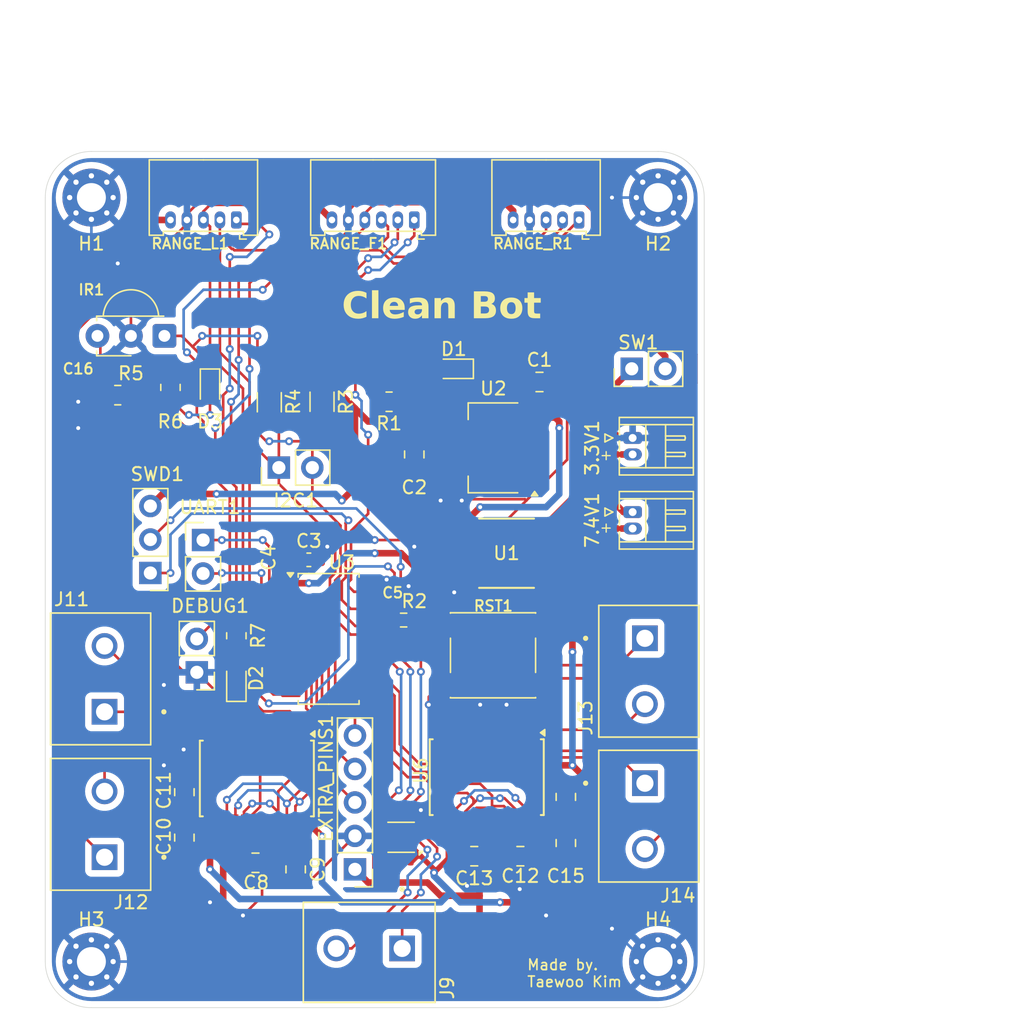
<source format=kicad_pcb>
(kicad_pcb (version 20240108) (generator "pcbnew") (generator_version "8.0")
  (layers (0 "F.Cu" signal) (31 "B.Cu" signal) (34 "B.Paste" user) (35 "F.Paste" user) (36 "B.SilkS" user "B.Silkscreen") (37 "F.SilkS" user "F.Silkscreen") (38 "B.Mask" user) (39 "F.Mask" user) (44 "Edge.Cuts" user))
  (net 0 "")
  (net 1 "+BATT")
  (net 2 "GND")
  (net 3 "+3.3V")
  (net 4 "RST")
  (net 5 "Net-(D1-A)")
  (net 6 "DEBUG_CONN")
  (net 7 "Net-(D3-A)")
  (net 8 "IR_RECEIVER")
  (net 9 "Net-(IR1-Vs)")
  (net 10 "SBWTCK")
  (net 11 "SCL")
  (net 12 "XSHUT_LEFT")
  (net 13 "SDA")
  (net 14 "XSHUT_RIGHT")
  (net 15 "XSHUT_FRONT")
  (net 16 "INTR_FRONT")
  (net 17 "UART_TX")
  (net 18 "UART_RX")
  (net 19 "MV_O1")
  (net 20 "MV_O2")
  (net 21 "ML_A01")
  (net 22 "ML_A02")
  (net 23 "ML_B02")
  (net 24 "ML_B01")
  (net 25 "MR_A01")
  (net 26 "MR_A02")
  (net 27 "MR_B02")
  (net 28 "MR_B01")
  (net 29 "GPIO_1.5")
  (net 30 "GPIO_1.4")
  (net 31 "GPIO_1.0")
  (net 32 "DRV_SLEEP")
  (net 33 "MR_PWM")
  (net 34 "MOTS_LEFT_CH1")
  (net 35 "GPIO_3.4")
  (net 36 "DRV_EN")
  (net 37 "ML_PWM")
  (net 38 "MOTS_RIGHT_CH2")
  (net 39 "GPIO_1.3")
  (net 40 "MOTS_RIGHT_CH1")
  (net 41 "DRV_PH")
  (net 42 "MOTS_LEFT_CH2")
  (net 43 "Net-(D2-A)")
  (net 44 "Net-(SW1-B)")
  (net 45 "Net-(3.3V1-Pin_2)")
  (net 46 "Net-(7.4V1-Pin_2)")
  (footprint "Capacitor_SMD:C_0201_0603Metric" (layer "F.Cu") (at 148.395 125.5)
    (property "Reference" "C6" (hide yes))
    (property "Value" "0.1uF")
  )
  (footprint "Connector_Hirose:Hirose_DF13-02P-1.25DS_1x02_P1.25mm_Horizontal" (layer "F.Cu") (at 165.5675 98.875 -90)
    (property "Reference" "7.4V1")
    (property "Value" "Batt_Conn1")
  )
  (footprint "Package_SO:TSSOP-28_4.4x9.7mm_P0.65mm" (layer "F.Cu") (at 142.5 108.5)
    (property "Reference" "U3")
    (property "Value" "MSP430G2553IPW28")
  )
  (footprint "Capacitor_SMD:C_0201_0603Metric" (layer "F.Cu") (at 139 102.345 90)
    (property "Reference" "C4")
    (property "Value" "10uF")
  )
  (footprint "footprints_terminal:CUI_TB002-500-02BE" (layer "F.Cu") (at 148.08 132 180)
    (property "Reference" "J9")
    (property "Value" "VACC_MOTOR")
  )
  (footprint "OptoDevice:Vishay_MINICAST-3Pin" (layer "F.Cu") (at 130.04 85.5 180)
    (property "Reference" "IR1")
    (property "Value" "TSOP382xx")
  )
  (footprint "Capacitor_SMD:C_0805_2012Metric" (layer "F.Cu") (at 140 126 -90)
    (property "Reference" "C9")
    (property "Value" "10uF")
  )
  (footprint "LED_SMD:LED_0603_1608Metric" (layer "F.Cu") (at 135.5 111.765 90)
    (property "Reference" "D2")
    (property "Value" "BLUE LED")
  )
  (footprint "Capacitor_SMD:C_0603_1608Metric" (layer "F.Cu") (at 141 102.5)
    (property "Reference" "C3")
    (property "Value" "100nF")
  )
  (footprint "Resistor_SMD:R_1206_3216Metric" (layer "F.Cu") (at 138 90.5375 -90)
    (property "Reference" "R4")
    (property "Value" "10k")
  )
  (footprint "Connector_Molex:Molex_PicoBlade_53048-0510_1x05_P1.25mm_Horizontal" (layer "F.Cu") (at 161.5 76.7 180)
    (property "Reference" "RANGE_R1")
    (property "Value" "Range_sensor_right")
  )
  (footprint "Package_SO:SSOP-24_5.3x8.2mm_P0.65mm" (layer "F.Cu") (at 154.5 119 -90)
    (property "Reference" "U6")
    (property "Value" "TB6612FNG")
  )
  (footprint "footprints_terminal:CUI_TB002-500-02BE" (layer "F.Cu") (at 166.5 108.46 -90)
    (property "Reference" "J13")
    (property "Value" "MR_LEFT1")
  )
  (footprint "Capacitor_SMD:C_0805_2012Metric" (layer "F.Cu") (at 158.5 89)
    (property "Reference" "C1")
    (property "Value" "10uF")
  )
  (footprint "Connector_PinHeader_2.54mm:PinHeader_1x03_P2.54mm_Vertical" (layer "F.Cu") (at 128.975 103.5 180)
    (property "Reference" "SWD1")
    (property "Value" "SWD")
  )
  (footprint "Connector_Molex:Molex_PicoBlade_53048-0610_1x06_P1.25mm_Horizontal" (layer "F.Cu") (at 149 76.7 180)
    (property "Reference" "RANGE_F1")
    (property "Value" "Range_sensor_front")
  )
  (footprint "Capacitor_SMD:C_0805_2012Metric" (layer "F.Cu") (at 149 94.5 -90)
    (property "Reference" "C2")
    (property "Value" "22uF")
  )
  (footprint "Connector_PinHeader_2.54mm:PinHeader_1x02_P2.54mm_Vertical" (layer "F.Cu") (at 138.725 95.5 90)
    (property "Reference" "I2C1")
    (property "Value" "I2C")
  )
  (footprint "Package_SO:SSOP-24_5.3x8.2mm_P0.65mm" (layer "F.Cu") (at 137.055 119.1 -90)
    (property "Reference" "EXTRA_PINS1")
    (property "Value" "TB6612FNG")
  )
  (footprint "Connector_Molex:Molex_PicoBlade_53048-0510_1x05_P1.25mm_Horizontal" (layer "F.Cu") (at 135.5 76.7 180)
    (property "Reference" "RANGE_L1")
    (property "Value" "Range_sensor_left")
  )
  (footprint "Connector_PinHeader_2.54mm:PinHeader_1x02_P2.54mm_Vertical" (layer "F.Cu") (at 165.5 88 90)
    (property "Reference" "SW1")
    (property "Value" "SW_SPST")
  )
  (footprint "Resistor_SMD:R_0805_2012Metric" (layer "F.Cu") (at 130.5 89.4125 -90)
    (property "Reference" "R6")
    (property "Value" "100")
  )
  (footprint "Capacitor_SMD:C_0805_2012Metric" (layer "F.Cu") (at 136.95 125.5 180)
    (property "Reference" "C8")
    (property "Value" "0.1uF")
  )
  (footprint "Resistor_SMD:R_1206_3216Metric" (layer "F.Cu") (at 142 90.5 -90)
    (property "Reference" "R3")
    (property "Value" "10k")
  )
  (footprint "footprints_terminal:CUI_TB002-500-02BE" (layer "F.Cu") (at 125.5 114.04 90)
    (property "Reference" "J11")
    (property "Value" "MR_LEFT1")
  )
  (footprint "Connector_Hirose:Hirose_DF13-02P-1.25DS_1x02_P1.25mm_Horizontal" (layer "F.Cu") (at 165.5675 93.25 -90)
    (property "Reference" "3.3V1")
    (property "Value" "Batt_Conn2")
  )
  (footprint "MountingHole:MountingHole_2.2mm_M2_Pad_Via" (layer "F.Cu") (at 124.5 75)
    (property "Reference" "H1")
    (property "Value" "MountingHole_Pad")
  )
  (footprint "MountingHole:MountingHole_2.2mm_M2_Pad_Via" (layer "F.Cu") (at 167.5 133)
    (property "Reference" "H4")
    (property "Value" "MountingHole_Pad")
  )
  (footprint "Capacitor_SMD:C_0805_2012Metric" (layer "F.Cu") (at 131.555 120.14 90)
    (property "Reference" "C11")
    (property "Value" "10uF")
  )
  (footprint "footprints_terminal:CUI_TB002-500-02BE" (layer "F.Cu") (at 166.5 119.46 -90)
    (property "Reference" "J14")
    (property "Value" "MR_LEFT2")
  )
  (footprint "Capacitor_SMD:C_0201_0603Metric" (layer "F.Cu") (at 147.3625 105.775)
    (property "Reference" "C5")
    (property "Value" "1nF")
  )
  (footprint "LED_SMD:LED_0603_1608Metric" (layer "F.Cu") (at 133.5 89.5 -90)
    (property "Reference" "D3")
    (property "Value" "RED")
  )
  (footprint "Capacitor_SMD:C_0201_0603Metric" (layer "F.Cu") (at 147.05 125.814386 90)
    (property "Reference" "C7" (hide yes))
    (property "Value" "0.1uF")
  )
  (footprint "LED_SMD:LED_0603_1608Metric" (layer "F.Cu") (at 152 88 180)
    (property "Reference" "D1")
    (property "Value" "GREEN LED")
  )
  (footprint "Resistor_SMD:R_0805_2012Metric" (layer "F.Cu") (at 126.5 90)
    (property "Reference" "R5")
    (property "Value" "470")
  )
  (footprint "MountingHole:MountingHole_2.2mm_M2_Pad_Via" (layer "F.Cu") (at 124.5 133)
    (property "Reference" "H3")
    (property "Value" "MountingHole_Pad")
  )
  (footprint "Resistor_SMD:R_0805_2012Metric" (layer "F.Cu") (at 147.0875 90.5 180)
    (property "Reference" "R1")
    (property "Value" "1k")
  )
  (footprint "Resistor_SMD:R_0603_1608Metric" (layer "F.Cu") (at 148.1925 107.075)
    (property "Reference" "R2")
    (property "Value" "47k")
  )
  (footprint "Capacitor_SMD:C_0805_2012Metric" (layer "F.Cu") (at 160.5 120.5 90)
    (property "Reference" "C14" (hide yes))
    (property "Value" "0.1uF")
  )
  (footprint "RS3E075ATTB:TRANS_RRH040P_ROM" (layer "F.Cu") (at 156 102)
    (property "Reference" "U1")
    (property "Value" "RS3E075ATTB")
  )
  (footprint "Connector_PinHeader_2.54mm:PinHeader_1x02_P2.54mm_Vertical" (layer "F.Cu") (at 132.5 111.04 180)
    (property "Reference" "DEBUG1")
    (property "Value" "Debug_Conn")
  )
  (footprint "Capacitor_SMD:C_0201_0603Metric" (layer "F.Cu") (at 125.5 88 180)
    (property "Reference" "C16")
    (property "Value" "1uF")
  )
  (footprint "Package_TO_SOT_SMD:SOT-223-3_TabPin2" (layer "F.Cu") (at 155 94 180)
    (property "Reference" "U2")
    (property "Value" "AMS1117-3.3")
  )
  (footprint "Capacitor_SMD:C_0805_2012Metric" (layer "F.Cu") (at 153.55 125 180)
    (property "Reference" "C13")
    (property "Value" "10uF")
  )
  (footprint "Package_SON:WSON-8-1EP_2x2mm_P0.5mm_EP0.9x1.6mm" (layer "F.Cu") (at 148 123.564386 180)
    (property "Reference" "U4" (hide yes))
    (property "Value" "DRV8838")
  )
  (footprint "Resistor_SMD:R_0805_2012Metric" (layer "F.Cu") (at 135.5 108.265 -90)
    (property "Reference" "R7")
    (property "Value" "470")
  )
  (footprint "Button_Switch_SMD:SW_Push_1P1T_NO_6x6mm_H9.5mm" (layer "F.Cu") (at 154.975 109.75 180)
    (property "Reference" "RST1")
    (property "Value" "SW_DPST_x2")
  )
  (footprint "Connector_PinHeader_2.54mm:PinHeader_1x05_P2.54mm_Vertical" (layer "F.Cu") (at 144.5 126 180)
    (property "Reference" "J17" (hide yes))
    (property "Value" "Extra_Pins")
  )
  (footprint "MountingHole:MountingHole_2.2mm_M2_Pad_Via" (layer "F.Cu") (at 167.5 75)
    (property "Reference" "H2")
    (property "Value" "MountingHole_Pad")
  )
  (footprint "Connector_PinHeader_2.54mm:PinHeader_1x02_P2.54mm_Vertical" (layer "F.Cu") (at 132.975 101)
    (property "Reference" "UART1")
    (property "Value" "UART")
  )
  (footprint "Capacitor_SMD:C_0805_2012Metric" (layer "F.Cu") (at 157.05 125)
    (property "Reference" "C12")
    (property "Value" "0.1uF")
  )
  (footprint "Capacitor_SMD:C_0805_2012Metric" (layer "F.Cu") (at 160.5 124 -90)
    (property "Reference" "C15")
    (property "Value" "10uF")
  )
  (footprint "Capacitor_SMD:C_0805_2012Metric" (layer "F.Cu") (at 131.555 123.59 -90)
    (property "Reference" "C10")
    (property "Value" "0.1uF")
  )
  (footprint "footprints_terminal:CUI_TB002-500-02BE" (layer "F.Cu") (at 125.5 125.08 90)
    (property "Reference" "J12")
    (property "Value" "MR_LEFT2")
  )
  (gr_line (start 167.5 71.5) (end 124.5 71.5) (stroke (width 0.05)) (layer "Edge.Cuts"))
  (gr_arc (start 171 133) (mid 169.974874 135.474874) (end 167.5 136.5) (stroke (width 0.05)) (layer "Edge.Cuts"))
  (gr_arc (start 124.5 136.5) (mid 122.025126 135.474874) (end 121 133) (stroke (width 0.05)) (layer "Edge.Cuts"))
  (gr_line (start 171 133) (end 171 75) (stroke (width 0.05)) (layer "Edge.Cuts"))
  (gr_arc (start 167.5 71.5) (mid 169.974874 72.525126) (end 171 75) (stroke (width 0.05)) (layer "Edge.Cuts"))
  (gr_arc (start 121 75) (mid 122.025126 72.525126) (end 124.5 71.5) (stroke (width 0.05)) (layer "Edge.Cuts"))
  (gr_line (start 124.5 136.5) (end 167.5 136.5) (stroke (width 0.05)) (layer "Edge.Cuts"))
  (gr_line (start 121 75) (end 121 133) (stroke (width 0.05)) (layer "Edge.Cuts"))
  (gr_text "+" (at 163 100.5 0) (layer "F.SilkS") (effects (font (size 0.8 0.8) (thickness 0.1)) (justify left bottom)))
  (gr_text "Made by. \nTaewoo Kim" (at 157.5 135 0) (layer "F.SilkS") (effects (font (size 0.8 0.8) (thickness 0.125) (bold yes)) (justify left bottom)))
  (gr_text "Clean Bot" (at 143.5 84.5 0) (layer "F.SilkS") (effects (font (size 2 2) (thickness 0.2) (bold yes)) (justify left bottom)))
  (gr_text "+" (at 163 95 0) (layer "F.SilkS") (effects (font (size 0.8 0.8) (thickness 0.1)) (justify left bottom)))
  (segment (start 151 103.5) (end 151 105) (width 0.5) (layer "F.Cu") (net 1))
  (segment (start 159.314061 118.1) (end 158.1 119.314061) (width 0.5) (layer "F.Cu") (net 1))
  (segment (start 153.2695 100.095) (end 153.2695 99.2305) (width 0.5) (layer "F.Cu") (net 1))
  (segment (start 160.5 121.45) (end 159.225 121.45) (width 0.2) (layer "F.Cu") (net 1))
  (segment (start 162.5 126) (end 162.5 119.6) (width 0.5) (layer "F.Cu") (net 1))
  (segment (start 149.215 125) (end 148.715 125.5) (width 0.4) (layer "F.Cu") (net 1))
  (segment (start 155.5 128.5) (end 160 128.5) (width 0.5) (layer "F.Cu") (net 1))
  (segment (start 160 92) (end 159.7 91.7) (width 0.5) (layer "F.Cu") (net 1))
  (segment (start 149.5 125) (end 149.215 125) (width 0.4) (layer "F.Cu") (net 1))
  (segment (start 159.225 121.45) (end 158.075 122.6) (width 0.2) (layer "F.Cu") (net 1))
  (segment (start 133.5 126) (end 133.5 122.72) (width 0.5) (layer "F.Cu") (net 1))
  (segment (start 131.615 122.7) (end 131.555 122.64) (width 0.5) (layer "F.Cu") (net 1))
  (segment (start 157.55 89) (end 158.5 89.95) (width 0.5) (layer "F.Cu") (net 1))
  (segment (start 148.95 124.45) (end 148.95 124.389386) (width 0.4) (layer "F.Cu") (net 1))
  (segment (start 133.48 121.98) (end 132.59 121.09) (width 0.5) (layer "F.Cu") (net 1))
  (segment (start 162.5 119.6) (end 161 118.1) (width 0.5) (layer "F.Cu") (net 1))
  (segment (start 158.5 91.35) (end 158.15 91.7) (width 0.5) (layer "F.Cu") (net 1))
  (segment (start 150.925 122.6) (end 151.575 122.6) (width 0.2) (layer "F.Cu") (net 1))
  (segment (start 150.5 126) (end 149.5 125) (width 0.4) (layer "F.Cu") (net 1))
  (segment (start 133.48 122.7) (end 134.105 122.7) (width 0.5) (layer "F.Cu") (net 1))
  (segment (start 160.5 123.05) (end 158.525 123.05) (width 0.2) (layer "F.Cu") (net 1))
  (segment (start 132.59 121.09) (end 131.555 121.09) (width 0.5) (layer "F.Cu") (net 1))
  (segment (start 149.25 124.614386) (end 148.95 124.314386) (width 0.2) (layer "F.Cu") (net 1))
  (segment (start 149.25 124.779386) (end 149.25 124.614386) (width 0.2) (layer "F.Cu") (net 1))
  (segment (start 159.7 91.7) (end 158.15 91.7) (width 0.5) (layer "F.Cu") (net 1))
  (segment (start 151.575 125.175) (end 151.575 122.6) (width 0.4) (layer "F.Cu") (net 1))
  (segment (start 142 123.5) (end 141.2 122.7) (width 0.5) (layer "F.Cu") (net 1))
  (segment (start 153.2695 99.2305) (end 154 98.5) (width 0.5) (layer "F.Cu") (net 1))
  (segment (start 158.1 119.314061) (end 158.1 122.6) (width 0.5) (layer "F.Cu") (net 1))
  (segment (start 161 118.1) (end 159.314061 118.1) (width 0.5) (layer "F.Cu") (net 1))
  (segment (start 133.5 122.72) (end 133.48 122.7) (width 0.5) (layer "F.Cu") (net 1))
  (segment (start 160 128.5) (end 162.5 126) (width 0.5) (layer "F.Cu") (net 1))
  (segment (start 161 107.1125) (end 161 109.5) (width 0.5) (layer "F.Cu") (net 1))
  (segment (start 153.2695 101.365) (end 153.2695 102.635) (width 0.5) (layer "F.Cu") (net 1))
  (segment (start 151.865 102.635) (end 151 103.5) (width 0.5) (layer "F.Cu") (net 1))
  (segment (start 151 105) (end 152 106) (width 0.5) (layer "F.Cu") (net 1))
  (segment (start 152 106) (end 159.8875 106) (width 0.5) (layer "F.Cu") (net 1))
  (segment (start 151.575 122.6) (end 151.55 122.6) (width 0.4) (layer "F.Cu") (net 1))
  (segment (start 133.48 122.7) (end 131.615 122.7) (width 0.5) (layer "F.Cu") (net 1))
  (segment (start 158.5 89.95) (end 158.5 91.35) (width 0.5) (layer "F.Cu") (net 1))
  (segment (start 158.525 123.05) (end 158.075 122.6) (width 0.2) (layer "F.Cu") (net 1))
  (segment (start 150.5 126.25) (end 150.5 126) (width 0.4) (layer "F.Cu") (net 1))
  (segment (start 159.8875 106) (end 161 107.1125) (width 0.5) (layer "F.Cu") (net 1))
  (segment (start 150.925 123.25) (end 150.925 122.6) (width 0.2) (layer "F.Cu") (net 1))
  (segment (start 133.48 122.7) (end 133.48 121.98) (width 0.5) (layer "F.Cu") (net 1))
  (segment (start 153.2695 100.095) (end 153.2695 101.365) (width 0.5) (layer "F.Cu") (net 1))
  (segment (start 150.5 126.25) (end 151.575 125.175) (width 0.4) (layer "F.Cu") (net 1))
  (segment (start 160 92.5) (end 160 92) (width 0.5) (layer "F.Cu") (net 1))
  (segment (start 153.2695 102.635) (end 151.865 102.635) (width 0.5) (layer "F.Cu") (net 1))
  (segment (start 141.2 122.7) (end 140.655 122.7) (width 0.5) (layer "F.Cu") (net 1))
  (segment (start 149.5 125) (end 148.95 124.45) (width 0.4) (layer "F.Cu") (net 1))
  (via (at 160 92.5) (size 0.6) (drill 0.3) (layers "F.Cu" "B.Cu") (net 1))
  (via (at 155.5 128.5) (size 0.6) (drill 0.3) (layers "F.Cu" "B.Cu") (net 1))
  (via (at 150.5 126.25) (size 0.6) (drill 0.3) (layers "F.Cu" "B.Cu") (net 1))
  (via (at 154 98.5) (size 0.6) (drill 0.3) (layers "F.Cu" "B.Cu") (net 1))
  (via (at 161 118.1) (size 0.6) (drill 0.3) (layers "F.Cu" "B.Cu") (net 1))
  (via (at 133.5 126) (size 0.6) (drill 0.3) (layers "F.Cu" "B.Cu") (net 1))
  (via (at 161 109.5) (size 0.6) (drill 0.3) (layers "F.Cu" "B.Cu") (net 1))
  (via (at 142 123.5) (size 0.6) (drill 0.3) (layers "F.Cu" "B.Cu") (net 1))
  (segment (start 150.5 126.5) (end 151.75 127.75) (width 0.5) (layer "B.Cu") (net 1))
  (segment (start 159 98.5) (end 154 98.5) (width 0.5) (layer "B.Cu") (net 1))
  (segment (start 160 92.5) (end 160 97.5) (width 0.5) (layer "B.Cu") (net 1))
  (segment (start 135.75 128.25) (end 133.5 126) (width 0.5) (layer "B.Cu") (net 1))
  (segment (start 160 97.5) (end 159 98.5) (width 0.5) (layer "B.Cu") (net 1))
  (segment (start 152.5 128.5) (end 151.75 127.75) (width 0.5) (layer "B.Cu") (net 1))
  (segment (start 150.5 126.25) (end 150.5 126.5) (width 0.5) (layer "B.Cu") (net 1))
  (segment (start 151.75 127.75) (end 151 128.5) (width 0.5) (layer "B.Cu") (net 1))
  (segment (start 143.25 128.25) (end 135.75 128.25) (width 0.5) (layer "B.Cu") (net 1))
  (segment (start 151 128.5) (end 143.5 128.5) (width 0.5) (layer "B.Cu") (net 1))
  (segment (start 161 109.5) (end 161 118.1) (width 0.5) (layer "B.Cu") (net 1))
  (segment (start 143.5 128.5) (end 142 127) (width 0.5) (layer "B.Cu") (net 1))
  (segment (start 155.5 128.5) (end 152.5 128.5) (width 0.5) (layer "B.Cu") (net 1))
  (segment (start 143.5 128.5) (end 143.25 128.25) (width 0.5) (layer "B.Cu") (net 1))
  (segment (start 142 127) (end 142 123.5) (width 0.5) (layer "B.Cu") (net 1))
  (segment (start 140 126.95) (end 137.45 126.95) (width 0.2) (layer "F.Cu") (net 2))
  (segment (start 158.95 112) (end 159.45 111.5) (width 0.2) (layer "F.Cu") (net 2))
  (segment (start 140.775 101.5) (end 141.775 102.5) (width 0.2) (layer "F.Cu") (net 2))
  (segment (start 137.45 126.95) (end 136 125.5) (width 0.2) (layer "F.Cu") (net 2))
  (segment (start 133 75) (end 137.5 75) (width 0.2) (layer "F.Cu") (net 2))
  (segment (start 144 77.5) (end 144 76.7) (width 0.2) (layer "F.Cu") (net 2))
  (segment (start 161.95 121) (end 160.5 119.55) (width 0.2) (layer "F.Cu") (net 2))
  (segment (start 153.2695 103.905) (end 153.595 103.905) (width 0.2) (layer "F.Cu") (net 2))
  (segment (start 157 127.5) (end 157.95 127.5) (width 0.2) (layer "F.Cu") (net 2))
  (segment (start 127.5 81) (end 127.5 81.5) (width 0.2) (layer "F.Cu") (net 2))
  (segment (start 164.277818 90) (end 164 90.277818) (width 0.2) (layer "F.Cu") (net 2))
  (segment (start 154.5 78) (end 157.5 78) (width 0.2) (layer "F.Cu") (net 2))
  (segment (start 131.5 116.9) (end 131.6 117) (width 0.2) (layer "F.Cu") (net 2))
  (segment (start 153.625 123.975) (end 153.875 123.975) (width 0.2) (layer "F.Cu") (net 2))
  (segment (start 166.64 105) (end 154.3645 105) (width 0.2) (layer "F.Cu") (net 2))
  (segment (start 152.6 125) (end 153.625 123.975) (width 0.2) (layer "F.Cu") (net 2))
  (segment (start 157.225 113.725) (end 158.95 112) (width 0.2) (layer "F.Cu") (net 2))
  (segment (start 140 126.95) (end 141.01 126.95) (width 0.2) (layer "F.Cu") (net 2))
  (segment (start 170.4 89.1) (end 169.5 90) (width 0.2) (layer "F.Cu") (net 2))
  (segment (start 130 109.5) (end 131 110.5) (width 0.2) (layer "F.Cu") (net 2))
  (segment (start 127.5 85.5) (end 126 84) (width 0.2) (layer "F.Cu") (net 2))
  (segment (start 153 127.25) (end 152.6 126.85) (width 0.2) (layer "F.Cu") (net 2))
  (segment (start 137.11 118.5) (end 137.305 118.695) (width 0.2) (layer "F.Cu") (net 2))
  (segment (start 150.1 112.9) (end 151 112) (width 0.2) (layer "F.Cu") (net 2))
  (segment (start 155 102.5) (end 155 100.5) (width 0.2) (layer "F.Cu") (net 2))
  (segment (start 131.6 117) (end 134.355 117) (width 0.2) (layer "F.Cu") (net 2))
  (segment (start 160.5 124.95) (end 161.95 123.5) (width 0.2) (layer "F.Cu") (net 2))
  (segment (start 152.7 97.9) (end 157.4 97.9) (width 0.2) (layer "F.Cu") (net 2))
  (segment (start 134.355 117) (end 134.78 116.575) (width 0.2) (layer "F.Cu") (net 2))
  (segment (start 143.5 78) (end 144 77.5) (width 0.2) (layer "F.Cu") (net 2))
  (segment (start 148.95 122.814386) (end 148.95 122.05) (width 0.2) (layer "F.Cu") (net 2))
  (segment (start 134.0125 112.5525) (end 132.5 111.04) (width 0.2) (layer "F.Cu") (net 2))
  (segment (start 131.555 126.555) (end 131.555 124.54) (width 0.2) (layer "F.Cu") (net 2))
  (segment (start 137.45 126.95) (end 137.45 128.05) (width 0.2) (layer "F.Cu") (net 2))
  (segment (start 157.9 125) (end 160.45 125) (width 0.2) (layer "F.Cu") (net 2))
  (segment (start 125.5 105.5) (end 129.5 105.5) (width 0.2) (layer "F.Cu") (net 2))
  (segment (start 126.5 86.5) (end 127.5 85.5) (width 0.2) (layer "F.Cu") (net 2))
  (segment (start 164 75) (end 163 76) (width 0.2) (layer "F.Cu") (net 2))
  (segment (start 138.68 117.32) (end 138.68 115.5) (width 0.2) (layer "F.Cu") (net 2))
  (segment (start 139 102.025) (end 139.525 101.5) (width 0.2) (layer "F.Cu") (net 2))
  (segment (start 162.5 85.95) (end 163.45 85) (width 0.2) (layer "F.Cu") (net 2))
  (segment (start 148 123.5) (end 148.685614 122.814386) (width 0.2) (layer "F.Cu") (net 2))
  (segment (start 130.53 120.215) (end 130.53 123.515) (width 0.2) (layer "F.Cu") (net 2))
  (segment (start 137.305 119) (end 137.305 118.695) (width 0.2) (layer "F.Cu") (net 2))
  (segment (start 144.9 75.1) (end 151.6 75.1) (width 0.2) (layer "F.Cu") (net 2))
  (segment (start 132.245 118.5) (end 137.11 118.5) (width 0.2) (layer "F.Cu") (net 2))
  (segment (start 129.5 105.5) (end 130 106) (width 0.2) (layer "F.Cu") (net 2))
  (segment (start 123.5 103.5) (end 125.5 105.5) (width 0.2) (layer "F.Cu") (net 2))
  (segment (start 153.595 103.905) (end 155 102.5) (width 0.2) (layer "F.Cu") (net 2))
  (segment (start 152.875 115.4) (end 152.225 115.4) (width 0.2) (layer "F.Cu") (net 2))
  (segment (start 131 110.5) (end 131.54 111.04) (width 0.2) (layer "F.Cu") (net 2))
  (segment (start 147.05 126.134386) (end 147.440614 126.134386) (width 0.2) (layer "F.Cu") (net 2))
  (segment (start 153.2875 87.5) (end 157.95 87.5) (width 0.2) (layer "F.Cu") (net 2))
  (segment (start 130 118.1) (end 130.465 118.1) (width 0.2) (layer "F.Cu") (net 2))
  (segment (start 131 110.5) (end 130 111.5) (width 0.2) (layer "F.Cu") (net 2))
  (segment (start 152.030331 104.969669) (end 152.204831 104.969669) (width 0.2) (layer "F.Cu") (net 2))
  (segment (start 162.5 85) (end 162.5 76) (width 0.2) (layer "F.Cu") (net 2))
  (segment (start 148.685614 122.814386) (end 148.95 122.814386) (width 0.2) (layer "F.Cu") (net 2))
  (segment (start 148.075 125.5) (end 148.075 123.639386) (width 0.2) (layer "F.Cu") (net 2))
  (segment (start 131.75 77) (end 131.75 76.7) (width 0.2) (layer "F.Cu") (net 2))
  (segment (start 152.225 115.4) (end 152.225 113.5) (width 0.2) (layer "F.Cu") (net 2))
  (segment (start 146.9 104) (end 145.6375 104) (width 0.2) (layer "F.Cu") (net 2))
  (segment (start 148 123.564386) (end 148 123.5) (width 0.2) (layer "F.Cu") (net 2))
  (segment (start 125.82 87.18) (end 126.5 86.5) (width 0.2) (layer "F.Cu") (net 2))
  (segment (start 157.95 87.5) (end 159.45 89) (width 0.2) (layer "F.Cu") (net 2))
  (segment (start 156.775 115.4) (end 156.775 114.175) (width 0.2) (layer "F.Cu") (net 2))
  (segment (start 161.5 75) (end 158.5 75) (width 0.2) (layer "F.Cu") (net 2))
  (segment (start 150 98) (end 150 96.475) (width 0.2) (layer "F.Cu") (net 2))
  (segment (start 151.6 75.1) (end 154.5 78) (width 0.2) (layer "F.Cu") (net 2))
  (segment (start 127.5 81.5) (end 127.5 81.25) (width 0.2) (layer "F.Cu") (net 2))
  (segment (start 167.53 111.5) (end 168.5 110.53) (width 0.2) (layer "F.Cu") (net 2))
  (segment (start 168.5 110.53) (end 168.5 106.86) (width 0.2) (layer "F.Cu") (net 2))
  (segment (start 157.5 98) (end 158.15 97.35) (width 0.2) (layer "F.Cu") (net 2))
  (segment (start 126.5 80) (end 127.5 81) (width 0.2) (layer "F.Cu") (net 2))
  (segment (start 159.45 89) (end 160.6 90.15) (width 0.2) (layer "F.Cu") (net 2))
  (segment (start 157 113.5) (end 157.225 113.725) (width 0.2) (layer "F.Cu") (net 2))
  (segment (start 169.5 90) (end 164.277818 90) (width 0.2) (layer "F.Cu") (net 2))
  (segment (start 130.53 123.515) (end 131.555 124.54) (width 0.2) (layer "F.Cu") (net 2))
  (segment (start 155 100.5) (end 157.5 98) (width 0.2) (layer "F.Cu") (net 2))
  (segment (start 135.5 112.5525) (end 134.0125 112.5525) (width 0.2) (layer "F.Cu") (net 2))
  (segment (start 124.5 84) (end 123 85.5) (width 0.2) (layer "F.Cu") (net 2))
  (segment (start 152.6 98) (end 152.7 97.9) (width 0.2) (layer "F.Cu") (net 2))
  (segment (start 158.15 97.35) (end 158.15 96.3) (width 0.2) (layer "F.Cu") (net 2))
  (segment (start 123 90) (end 123.5 90.5) (width 0.2) (layer "F.Cu") (net 2))
  (segment (start 148.5 101) (end 149 101.5) (width 0.2) (layer "F.Cu") (net 2))
  (segment (start 148.075 123.639386) (end 148 123.564386) (width 0.2) (layer "F.Cu") (net 2))
  (segment (start 160.6 90.15) (end 160.6 94.9) (width 0.2) (layer "F.Cu") (net 2))
  (segment (start 162.5 85.95) (end 162.5 85) (width 0.2) (layer "F.Cu") (net 2))
  (segment (start 157.95 127.5) (end 160.5 124.95) (width 0.2) (layer "F.Cu") (net 2))
  (segment (start 152.225 113.5) (end 154 113.5) (width 0.2) (layer "F.Cu") (net 2))
  (segment (start 170.4 86.9) (end 170.4 89.1) (width 0.2) (layer "F.Cu") (net 2))
  (segment (start 150 100.5) (end 150 98) (width 0.2) (layer "F.Cu") (net 2))
  (segment (start 123 85.5) (end 123 90) (width 0.2) (layer "F.Cu") (net 2))
  (segment (start 164 130.5) (end 164 129.5) (width 0.2) (layer "F.Cu") (net 2))
  (segment (start 141.775 102.5) (end 141.775 102.125) (width 0.2) (layer "F.Cu") (net 2))
  (segment (start 159.45 89) (end 162.5 85.95) (width 0.2) (layer "F.Cu") (net 2))
  (segment (start 156 113.5) (end 157 113.5) (width 0.2) (layer "F.Cu") (net 2))
  (segment (start 134.78 115.5) (end 135.43 115.5) (width 0.2) (layer "F.Cu") (net 2))
  (segment (start 130 111.5) (end 130 112) (width 0.2) (layer "F.Cu") (net 2))
  (segment (start 154.3645 105) (end 153.2695 103.905) (width 0.2) (layer "F.Cu") (net 2))
  (segment (start 141.01 126.95) (end 144.5 123.46) (width 0.2) (layer "F.Cu") (net 2))
  (segment (start 131.54 111.04) (end 132.5 111.04) (width 0.2) (layer "F.Cu") (net 2))
  (segment (start 131.555 119.19) (end 132.245 118.5) (width 0.2) (layer "F.Cu") (net 2))
  (segment (start 125.82 88) (end 125.82 87.18) (width 0.2) (layer "F.Cu") (net 2))
  (segment (start 157.4 97.9) (end 157.5 98) (width 0.2) (layer "F.Cu") (net 2))
  (segment (start 139.525 101.5) (end 140.775 101.5) (width 0.2) (layer "F.Cu") (net 2))
  (segment (start 157.75 75.75) (end 157.75 76.7) (width 0.2) (layer "F.Cu") (net 2))
  (segment (start 152.6 126.85) (end 152.6 125) (width 0.2) (layer "F.Cu") (net 2))
  (segment (start 159.45 111.5) (end 167.53 111.5) (width 0.2) (layer "F.Cu") (net 2))
  (segment (start 153.875 123.975) (end 154.175 123.675) (width 0.2) (layer "F.Cu") (net 2))
  (segment (start 152.7875 88) (end 153.2875 87.5) (width 0.2) (layer "F.Cu") (net 2))
  (segment (start 159.2 96.3) (end 158.15 96.3) (width 0.2) (layer "F.Cu") (net 2))
  (segment (start 152.204831 104.969669) (end 153.2695 103.905) (width 0.2) (layer "F.Cu") (net 2))
  (segment (start 137.5 75) (end 140.5 78) (width 0.2) (layer "F.Cu") (net 2))
  (segment (start 136.73 122.7) (end 136.73 121.823529) (width 0.2) (layer "F.Cu") (net 2))
  (segment (start 169 111.03) (end 168.5 110.53) (width 0.2) (layer "F.Cu") (net 2))
  (segment (start 131.75 76.25) (end 133 75) (width 0.2) (layer "F.Cu") (net 2))
  (segment (start 137.305 118.695) (end 138.68 117.32) (width 0.2) (layer "F.Cu") (net 2))
  (segment (start 131.75 76.7) (end 131.75 76.25) (width 0.2) (layer "F.Cu") (net 2))
  (segment (start 159 129.5) (end 164 129.5) (width 0.2) (layer "F.Cu") (net 2))
  (segment (start 152.6 125) (end 152.95 125) (width 0.2) (layer "F.Cu") (net 2))
  (segment (start 136.73 121.823529) (end 137.305 121.248529) (width 0.2) (layer "F.Cu") (net 2))
  (segment (start 161.95 123.5) (end 161.95 121) (width 0.2) (layer "F.Cu") (net 2))
  (segment (start 162.5 76) (end 161.5 75) (width 0.2) (layer "F.Cu") (net 2))
  (segment (start 163 76) (end 162.5 76) (width 0.2) (layer "F.Cu") (net 2))
  (segment (start 150 96.475) (end 149 95.475) (width 0.2) (layer "F.Cu") (net 2))
  (segment (start 160.6 94.9) (end 159.2 96.3) (width 0.2) (layer "F.Cu") (net 2))
  (segment (start 164 129.5) (end 165.5 129.5) (width 0.2) (layer "F.Cu") (net 2))
  (segment (start 150 98) (end 151 98) (width 0.2) (layer "F.Cu") (net 2))
  (segment (start 156.775 114.175) (end 157.225 113.725) (width 0.2) (layer "F.Cu") (net 2))
  (segment (start 144 76) (end 144.9 75.1) (width 0.2) (layer "F.Cu") (net 2))
  (segment (start 131.555 119.19) (end 130.53 120.215) (width 0.2) (layer "F.Cu") (net 2))
  (segment (start 138.68 115.5) (end 139.33 115.5) (width 0.2) (layer "F.Cu") (net 2))
  (segment (start 168.5 85) (end 170.4 86.9) (width 0.2) (layer "F.Cu") (net 2))
  (segment (start 147.440614 126.134386) (end 148.075 125.5) (width 0.2) (layer "F.Cu") (net 2))
  (segment (start 164.75 93.25) (end 165.5675 93.25) (width 0.2) (layer "F.Cu") (net 2))
  (segment (start 123.5 92.5) (end 123.5 103.5) (width 0.2) (layer "F.Cu") (net 2))
  (segment (start 140.5 78) (end 143.5 78) (width 0.2) (layer "F.Cu") (net 2))
  (segment (start 164 90.277818) (end 164 92.5) (width 0.2) (layer "F.Cu") (net 2))
  (segment (start 148.95 122.05) (end 149.5 121.5) (width 0.2) (layer "F.Cu") (net 2))
  (segment (start 127.5 81.25) (end 131.75 77) (width 0.2) (layer "F.Cu") (net 2))
  (segment (start 149 95.475) (end 149 95.45) (width 0.2) (layer "F.Cu") (net 2))
  (segment (start 133.5 128.5) (end 131.555 126.555) (width 0.2) (layer "F.Cu") (net 2))
  (segment (start 146 101) (end 148.5 101) (width 0.2) (layer "F.Cu") (net 2))
  (segment (start 163.45 85) (end 168.5 85) (width 0.2) (layer "F.Cu") (net 2))
  (segment (start 141.775 102.125) (end 142.4 101.5) (width 0.2) (layer "F.Cu") (net 2))
  (segment (start 157.75 77.75) (end 157.75 76.7) (width 0.2) (layer "F.Cu") (net 2))
  (segment (start 152.225 113.5) (end 152.225 113.225) (width 0.2) (layer "F.Cu") (net 2))
  (segment (start 137.305 121.248529) (end 137.305 119) (width 0.2) (layer "F.Cu") (net 2))
  (segment (start 137.45 128.05) (end 136 129.5) (width 0.2) (layer "F.Cu") (net 2))
  (segment (start 169 126) (end 169 111.03) (width 0.2) (layer "F.Cu") (net 2))
  (segment (start 144 76.7) (end 144 76) (width 0.2) (layer "F.Cu") (net 2))
  (segment (start 145.6375 104) (end 145.3625 104.275) (width 0.2) (layer "F.Cu") (net 2))
  (segment (start 154.175 123.675) (end 154.175 122.6) (width 0.2) (layer "F.Cu") (net 2))
  (segment (start 130 106) (end 130 109.5) (width 0.2) (layer "F.Cu") (net 2))
  (segment (start 126 84) (end 124.5 84) (width 0.2) (layer "F.Cu") (net 2))
  (segment (start 168.5 106.86) (end 166.64 105) (width 0.2) (layer "F.Cu") (net 2))
  (segment (start 165.5 129.5) (end 169 126) (width 0.2) (layer "F.Cu") (net 2))
  (segment (start 149 101.5) (end 150 100.5) (width 0.2) (layer "F.Cu") (net 2))
  (segment (start 130.465 118.1) (end 131.555 119.19) (width 0.2) (layer "F.Cu") (net 2))
  (segment (start 134.78 116.575) (end 134.78 115.5) (width 0.2) (layer "F.Cu") (net 2))
  (segment (start 147.6825 105.775) (end 147.6825 105.387169) (width 0.2) (layer "F.Cu") (net 2))
  (segment (start 127.5 85.5) (end 127.5 81.5) (width 0.2) (layer "F.Cu") (net 2))
  (segment (start 150.1 113.5) (end 150.1 112.9) (width 0.2) (layer "F.Cu") (net 2))
  (segment (start 147.6825 105.387169) (end 148.569669 104.5) (width 0.2) (layer "F.Cu") (net 2))
  (segment (start 156.775 115.4) (end 156.125 115.4) (width 0.2) (layer "F.Cu") (net 2))
  (segment (start 160.45 125) (end 160.5 124.95) (width 0.2) (layer "F.Cu") (net 2))
  (segment (start 152.225 113.225) (end 151 112) (width 0.2) (layer "F.Cu") (net 2))
  (segment (start 158.5 75) (end 157.75 75.75) (width 0.2) (layer "F.Cu") (net 2))
  (segment (start 157.5 78) (end 157.75 77.75) (width 0.2) (layer "F.Cu") (net 2))
  (segment (start 164 92.5) (end 164.75 93.25) (width 0.2) (layer "F.Cu") (net 2))
  (via (at 146.9 104) (size 0.6) (drill 0.3) (layers "F.Cu" "B.Cu") (net 2))
  (via (at 142.4 101.5) (size 0.6) (drill 0.3) (layers "F.Cu" "B.Cu") (net 2))
  (via (at 156 113.5) (size 0.6) (drill 0.3) (layers "F.Cu" "B.Cu") (net 2))
  (via (at 154 113.5) (size 0.6) (drill 0.3) (layers "F.Cu" "B.Cu") (net 2))
  (via (at 123.5 92.5) (size 0.6) (drill 0.3) (layers "F.Cu" "B.Cu") (net 2))
  (via (at 150.1 113.5) (size 0.6) (drill 0.3) (layers "F.Cu" "B.Cu") (net 2))
  (via (at 130 118.1) (size 0.6) (drill 0.3) (layers "F.Cu" "B.Cu") (net 2))
  (via (at 131.5 116.9) (size 0.6) (drill 0.3) (layers "F.Cu" "B.Cu") (net 2))
  (via (at 151 98) (size 0.6) (drill 0.3) (layers "F.Cu" "B.Cu") (net 2))
  (via (at 148.569669 104.5) (size 0.6) (drill 0.3) (layers "F.Cu" "B.Cu") (net 2))
  (via (at 157 127.5) (size 0.6) (drill 0.3) (layers "F.Cu" "B.Cu") (net 2))
  (via (at 164 130.5) (size 0.6) (drill 0.3) (layers "F.Cu" "B.Cu") (net 2))
  (via (at 164 75) (size 0.6) (drill 0.3) (layers "F.Cu" "B.Cu") (net 2))
  (via (at 126.5 80) (size 0.6) (drill 0.3) (layers "F.Cu" "B.Cu") (net 2))
  (via (at 152.6 98) (size 0.6) (drill 0.3) (layers "F.Cu" "B.Cu") (net 2))
  (via (at 159 129.5) (size 0.6) (drill 0.3) (layers "F.Cu" "B.Cu") (net 2))
  (via (at 149 101.5) (size 0.6) (drill 0.3) (layers "F.Cu" "B.Cu") (net 2))
  (via (at 152.030331 104.969669) (size 0.6) (drill 0.3) (layers "F.Cu" "B.Cu") (net 2))
  (via (at 130 112) (size 0.6) (drill 0.3) (layers "F.Cu" "B.Cu") (net 2))
  (via (at 123.5 90.5) (size 0.6) (drill 0.3) (layers "F.Cu" "B.Cu") (net 2))
  (via (at 136 129.5) (size 0.6) (drill 0.3) (layers "F.Cu" "B.Cu") (net 2))
  (via (at 153 127.25) (size 0.6) (drill 0.3) (layers "F.Cu" "B.Cu") (net 2))
  (via (at 133.5 128.5) (size 0.6) (drill 0.3) (layers "F.Cu" "B.Cu") (net 2))
  (via (at 146 101) (size 0.6) (drill 0.3) (layers "F.Cu" "B.Cu") (net 2))
  (via (at 149.5 121.5) (size 0.6) (drill 0.3) (layers "F.Cu" "B.Cu") (net 2))
  (segment (start 124.5 78) (end 124.5 76.65) (width 0.2) (layer "B.Cu") (net 2))
  (segment (start 151 98) (end 152.6 98) (width 0.2) (layer "B.Cu") (net 2))
  (segment (start 131.4 117) (end 131.5 116.9) (width 0.2) (layer "B.Cu") (net 2))
  (segment (start 152 105) (end 149.069669 105) (width 0.2) (layer "B.Cu") (net 2))
  (segment (start 149.5 121.5) (end 150.1 120.9) (width 0.2) (layer "B.Cu") (net 2))
  (segment (start 123.5 90.5) (end 123.5 91.5) (width 0.2) (layer "B.Cu") (net 2))
  (segment (start 123.5 91.5) (end 123.5 92.5) (width 0.2) (layer "B.Cu") (net 2))
  (segment (start 147.4 104.5) (end 146.9 104) (width 0.2) (layer "B.Cu") (net 2))
  (segment (start 133.5 131.5) (end 132 133) (width 0.2) (layer "B.Cu") (net 2))
  (segment (start 133.5 129.5) (end 133.5 131.5) (width 0.2) (layer "B.Cu") (net 2))
  (segment (start 132 133) (end 126.15 133) (width 0.2) (layer "B.Cu") (net 2))
  (segment (start 130 116.5) (end 130 118.1) (width 0.2) (layer "B.Cu") (net 2))
  (segment (start 157 127.5) (end 153.25 127.5) (width 0.2) (layer "B.Cu") (net 2))
  (segment (start 152.030331 104.969669) (end 152 105) (width 0.2) (layer "B.Cu") (net 2))
  (segment (start 149 104.069669) (end 149 101.5) (width 0.2) (layer "B.Cu") (net 2))
  (segment (start 130.5 117) (end 131.4 117) (width 0.2) (layer "B.Cu") (net 2))
  (segment (start 126.5 80) (end 124.5 78) (width 0.2) (layer "B.Cu") (net 2))
  (segment (start 165.85 75) (end 164 75) (width 0.2) (layer "B.Cu") (net 2))
  (segment (start 134 129) (end 133.5 129.5) (width 0.2) (layer "B.Cu") (net 2))
  (segment (start 130 116.5) (end 130.5 117) (width 0.2) (layer "B.Cu") (net 2))
  (segment (start 159 129.5) (end 157.5 128) (width 0.2) (layer "B.Cu") (net 2))
  (segment (start 153.25 127.5) (end 153 127.25) (width 0.2) (layer "B.Cu") (net 2))
  (segment (start 134.5 129.5) (end 134 129) (width 0.2) (layer "B.Cu") (net 2))
  (segment (start 148.569669 104.5) (end 147.4 104.5) (width 0.2) (layer "B.Cu") (net 2))
  (segment (start 165.85 132.35) (end 164 130.5) (width 0.2) (layer "B.Cu") (net 2))
  (segment (start 165.85 133) (end 165.85 132.35) (width 0.2) (layer "B.Cu") (net 2))
  (segment (start 134 129) (end 133.5 128.5) (width 0.2) (layer "B.Cu") (net 2))
  (segment (start 149.069669 105) (end 148.569669 104.5) (width 0.2) (layer "B.Cu") (net 2))
  (segment (start 130 112) (end 130 116.5) (width 0.2) (layer "B.Cu") (net 2))
  (segment (start 157.5 128) (end 157 127.5) (width 0.2) (layer "B.Cu") (net 2))
  (segment (start 142.9 101) (end 146 101) (width 0.2) (layer "B.Cu") (net 2))
  (segment (start 136 129.5) (end 134.5 129.5) (width 0.2) (layer "B.Cu") (net 2))
  (segment (start 150.1 120.9) (end 150.1 113.5) (width 0.2) (layer "B.Cu") (net 2))
  (segment (start 148.569669 104.5) (end 149 104.069669) (width 0.2) (layer "B.Cu") (net 2))
  (segment (start 154 113.5) (end 156 113.5) (width 0.2) (layer "B.Cu") (net 2))
  (segment (start 142.4 101.5) (end 142.9 101) (width 0.2) (layer "B.Cu") (net 2))
  (segment (start 142.5375 89.0375) (end 143.5 90) (width 0.5) (layer "F.Cu") (net 3))
  (segment (start 155.475 122.6) (end 154.825 122.6) (width 0.2) (layer "F.Cu") (net 3))
  (segment (start 151 128) (end 150 127) (width 0.5) (layer "F.Cu") (net 3))
  (segment (start 150.5 134.5) (end 153.95 131.05) (width 0.5) (layer "F.Cu") (net 3))
  (segment (start 143.5 90) (end 143 90.5) (width 0.5) (layer "F.Cu") (net 3))
  (segment (start 151.85 94) (end 158.15 94) (width 0.5) (layer "F.Cu") (net 3))
  (segment (start 122.5 125.98) (end 131.02 134.5) (width 0.5) (layer "F.Cu") (net 3))
  (segment (start 154.85 124.65) (end 154.85 124) (width 0.5) (layer "F.Cu") (net 3))
  (segment (start 149.85 92) (end 151.85 94) (width 0.5) (layer "F.Cu") (net 3))
  (segment (start 128.3 76.7) (end 131 74) (width 0.5) (layer "F.Cu") (net 3))
  (segment (start 139 124.5) (end 139.45 124.5) (width 0.5) (layer "F.Cu") (net 3))
  (segment (start 132 97.5) (end 130.5 97.5) (width 0.5) (layer "F.Cu") (net 3))
  (segment (start 127.4125 90) (end 127.4125 89.5875) (width 0.5) (layer "F.Cu") (net 3))
  (segment (start 151.85 100.15) (end 151.85 94) (width 0.5) (layer "F.Cu") (net 3))
  (segment (start 137.9 124.52) (end 138.98 124.52) (width 0.5) (layer "F.Cu") (net 3))
  (segment (start 127.4125 90) (end 128.45625 91.04375) (width 0.5) (layer "F.Cu") (net 3))
  (segment (start 139 103.6375) (end 139 102.665) (width 0.2) (layer "F.Cu") (net 3))
  (segment (start 145.5 92) (end 149.85 92) (width 0.5) (layer "F.Cu") (net 3))
  (segment (start 142 89.0375) (end 142.5375 89.0375) (width 0.5) (layer "F.Cu") (net 3))
  (segment (start 137.38 122.7) (end 138.03 122.7) (width 0.2) (layer "F.Cu") (net 3))
  (segment (start 154.5 126.45) (end 154.5 125) (width 0.5) (layer "F.Cu") (net 3))
  (segment (start 131 92) (end 132 93) (width 0.5) (layer "F.Cu") (net 3))
  (segment (start 140.05 74) (end 140.55 74.5) (width 0.5) (layer "F.Cu") (net 3))
  (segment (start 134.5 125) (end 134.5 133.5) (width 0.5) (layer "F.Cu") (net 3))
  (segment (start 135.475 124.025) (end 134.5 125) (width 0.5) (layer "F.Cu") (net 3))
  (segment (start 128.3 76.7) (end 122 83) (width 0.5) (layer "F.Cu") (net 3))
  (segment (start 146.592807 124.339386) (end 147.05 124.339386) (width 0.4) (layer "F.Cu") (net 3))
  (segment (start 134 97.5) (end 132 97.5) (width 0.5) (layer "F.Cu") (net 3))
  (segment (start 139.6375 104.275) (end 140.225 103.6875) (width 0.2) (layer "F.Cu") (net 3))
  (segment (start 139.45 124.5) (end 140 125.05) (width 0.5) (layer "F.Cu") (net 3))
  (segment (start 123 91.45) (end 122.5 91.95) (width 0.5) (layer "F.Cu") (net 3))
  (segment (start 150 90.5) (end 151.85 92.35) (width 0.5) (layer "F.Cu") (net 3))
  (segment (start 146 124.932193) (end 146.592807 124.339386) (width 0.4) (layer "F.Cu") (net 3))
  (segment (start 128.05 91.45) (end 128.45625 91.04375) (width 0.5) (layer "F.Cu") (net 3))
  (segment (start 140.225 103.6875) (end 140.225 102.5) (width 0.2) (layer "F.Cu") (net 3))
  (segment (start 122 90.45) (end 123 91.45) (width 0.5) (layer "F.Cu") (net 3))
  (segment (start 122.5 91.95) (end 122.5 125.98) (width 0.5) (layer "F.Cu") (net 3))
  (segment (start 134.5 133.5) (end 133.5 134.5) (width 0.5) (layer "F.Cu") (net 3))
  (segment (start 154.85 124) (end 155.1 124) (width 0.5) (layer "F.Cu") (net 3))
  (segment (start 153.95 128) (end 151 128) (width 0.5) (layer "F.Cu") (net 3))
  (segment (start 153.95 127) (end 154.5 126.45) (width 0.5) (layer "F.Cu") (net 3))
  (segment (start 139.6375 104.275) (end 139 103.6375) (width 0.2) (layer "F.Cu") (net 3))
  (segment (start 141 104.275) (end 139.6375 104.275) (width 0.5) (layer "F.Cu") (net 3))
  (segment (start 137.405 124.025) (end 137.405 122.7) (width 0.5) (layer "F.Cu") (net 3))
  (segment (start 123 91.45) (end 128.05 91.45) (width 0.5) (layer "F.Cu") (net 3))
  (segment (start 127.4125 89.5875) (end 128.5 88.5) (width 0.5) (layer "F.Cu") (net 3))
  (segment (start 156.5 76.7) (end 156.5 76) (width 0.5) (layer "F.Cu") (net 3))
  (segment (start 144.5 91) (end 144.5 97) (width 0.5) (layer "F.Cu") (net 3))
  (segment (start 147.05 124.314386) (end 147.05 125.494386) (width 0.2) (layer "F.Cu") (net 3))
  (segment (start 128.45625 91.04375) (end 129.4125 92) (width 0.5) (layer "F.Cu") (net 3))
  (segment (start 149 103) (end 150 104) (width 0.5) (layer "F.Cu") (net 3))
  (segment (start 155.1 124) (end 156.1 125) (width 0.5) (layer "F.Cu") (net 3))
  (segment (start 132 93) (end 132 97.5) (width 0.5) (layer "F.Cu") (net 3))
  (segment (start 154.85 124) (end 154.85 122.6) (width 0.5) (layer "F.Cu") (net 3))
  (segment (start 130.5 76.7) (end 128.3 76.7) (width 0.5) (layer "F.Cu") (net 3))
  (segment (start 149 103) (end 151.85 100.15) (width 0.5) (layer "F.Cu") (net 3))
  (segment (start 151.85 92.35) (end 151.85 94) (width 0.5) (layer "F.Cu") (net 3))
  (segment (start 144.5 91) (end 145.5 92) (width 0.5) (layer "F.Cu") (net 3))
  (segment (start 141.9625 89.075) (end 142 89.0375) (width 0.2) (layer "F.Cu") (net 3))
  (segment (start 129.4125 92) (end 131 92) (width 0.5) (layer "F.Cu") (net 3))
  (segment (start 146 127) (end 146 124.932193) (width 0.4) (layer "F.Cu") (net 3))
  (segment (start 139.425 90.5) (end 138 89.075) (width 0.5) (layer "F.Cu") (net 3))
  (segment (start 131.02 134.5) (end 133.5 134.5) (width 0.5) (layer "F.Cu") (net 3))
  (segment (start 149 93.55) (end 151.4 93.55) (width 0.5) (layer "F.Cu") (net 3))
  (segment (start 150 127) (end 146 127) (width 0.5) (layer "F.Cu") (net 3))
  (segment (start 122 83) (end 122 90.45) (width 0.5) (layer "F.Cu") (net 3))
  (segment (start 144.5 97) (end 143.5 98) (width 0.5) (layer "F.Cu") (net 3))
  (segment (start 148 90.5) (end 150 90.5) (width 0.5) (layer "F.Cu") (net 3))
  (segment (start 138.98 124.52) (end 139 124.5) (width 0.5) (layer "F.Cu") (net 3))
  (segment (start 146 127) (end 145.5 127) (width 0.5) (layer "F.Cu") (net 3))
  (segment (start 146 102) (end 148 102) (width 0.5) (layer "F.Cu") (net 3))
  (segment (start 151.4 93.55) (end 151.85 94) (width 0.5) (layer "F.Cu") (net 3))
  (segment (start 129.895 97.5) (end 128.975 98.42) (width 0.5) (layer "F.Cu") (net 3))
  (segment (start 150 106.0925) (end 149.0175 107.075) (width 0.5) (layer "F.Cu") (net 3))
  (segment (start 156.5 76) (end 155 74.5) (width 0.5) (layer "F.Cu") (net 3))
  (segment (start 128.5 88.5) (end 130.5 88.5) (width 0.5) (layer "F.Cu") (net 3))
  (segment (start 148 102) (end 149 103) (width 0.5) (layer "F.Cu") (net 3))
  (segment (start 133.5 134.5) (end 150.5 134.5) (width 0.5) (layer "F.Cu") (net 3))
  (segment (start 131 74) (end 140.05 74) (width 0.5) (layer "F.Cu") (net 3))
  (segment (start 143.5 90) (end 144.5 91) (width 0.5) (layer "F.Cu") (net 3))
  (segment (start 130.5 97.5) (end 129.895 97.5) (width 0.5) (layer "F.Cu") (net 3))
  (segment (start 150 104) (end 150 106.0925) (width 0.5) (layer "F.Cu") (net 3))
  (segment (start 153.95 128) (end 153.95 127) (width 0.5) (layer "F.Cu") (net 3))
  (segment (start 153.95 131.05) (end 153.95 128) (width 0.5) (layer "F.Cu") (net 3))
  (segment (start 137.405 124.025) (end 137.9 124.52) (width 0.5) (layer "F.Cu") (net 3))
  (segment (start 145.5 127) (end 144.5 126) (width 0.5) (layer "F.Cu") (net 3))
  (segment (start 143 90.5) (end 139.425 90.5) (width 0.5) (layer "F.Cu") (net 3))
  (segment (start 155 74.5) (end 140.55 74.5) (width 0.5) (layer "F.Cu") (net 3))
  (segment (start 137.405 124.025) (end 135.475 124.025) (width 0.5) (layer "F.Cu") (net 3))
  (segment (start 154.5 125) (end 154.85 124.65) (width 0.5) (layer "F.Cu") (net 3))
  (segment (start 137.9 124.52) (end 137.9 125.5) (width 0.5) (layer "F.Cu") (net 3))
  (segment (start 140.55 74.5) (end 142.75 76.7) (width 0.5) (layer "F.Cu") (net 3))
  (via (at 134 97.5) (size 0.6) (drill 0.3) (layers "F.Cu" "B.Cu") (net 3))
  (via (at 143.5 98) (size 0.6) (drill 0.3) (layers "F.Cu" "B.Cu") (net 3))
  (via (at 141 104.275) (size 0.6) (drill 0.3) (layers "F.Cu" "B.Cu") (net 3))
  (via (at 146 102) (size 0.6) (drill 0.3) (layers "F.Cu" "B.Cu") (net 3))
  (segment (start 143.5 98) (end 143 97.5) (width 0.5) (layer "B.Cu") (net 3))
  (segment (start 143 97.5) (end 134 97.5) (width 0.5) (layer "B.Cu") (net 3))
  (segment (start 141 104.275) (end 141.725 104.275) (width 0.5) (layer "B.Cu") (net 3))
  (segment (start 144 102) (end 146 102) (width 0.5) (layer "B.Cu") (net 3))
  (segment (start 141.725 104.275) (end 144 102) (width 0.5) (layer "B.Cu") (net 3))
  (segment (start 147.969669 103.030331) (end 147.969669 104.530331) (width 0.2) (layer "F.Cu") (net 4))
  (segment (start 130.435 99.5) (end 130.5 99.5) (width 0.2) (layer "F.Cu") (net 4))
  (segment (start 147.830625 108) (end 147.3675 107.536875) (width 0.4) (layer "F.Cu") (net 4))
  (segment (start 128.975 100.96) (end 130.435 99.5) (width 0.2) (layer "F.Cu") (net 4))
  (segment (start 147.0425 106.75) (end 147.0425 105.775) (width 0.4) (layer "F.Cu") (net 4))
  (segment (start 151 107.5) (end 150.5 108) (width 0.4) (layer "F.Cu") (net 4))
  (segment (start 147.3675 107.536875) (end 147.3675 107.075) (width 0.4) (layer "F.Cu") (net 4))
  (segment (start 150.5 108) (end 147.830625 108) (width 0.4) (layer "F.Cu") (net 4))
  (segment (start 147.3675 107.075) (end 147.0425 106.75) (width 0.4) (layer "F.Cu") (net 4))
  (segment (start 145.3625 106.875) (end 147.1675 106.875) (width 0.4) (layer "F.Cu") (net 4))
  (segment (start 147.969669 104.530331) (end 147.0425 105.4575) (width 0.2) (layer "F.Cu") (net 4))
  (segment (start 158.95 107.5) (end 151 107.5) (width 0.2) (layer "F.Cu") (net 4))
  (segment (start 147.0425 105.4575) (end 147.0425 105.775) (width 0.2) (layer "F.Cu") (net 4))
  (segment (start 147.1675 106.875) (end 147.3675 107.075) (width 0.4) (layer "F.Cu") (net 4))
  (via (at 130.5 99.5) (size 0.6) (drill 0.3) (layers "F.Cu" "B.Cu") (net 4))
  (via (at 147.969669 103.030331) (size 0.6) (drill 0.3) (layers "F.Cu" "B.Cu") (net 4))
  (segment (start 147.969669 101.969669) (end 144.6 98.6) (width 0.2) (layer "B.Cu") (net 4))
  (segment (start 147.969669 103.030331) (end 147.969669 101.969669) (width 0.2) (layer "B.Cu") (net 4))
  (segment (start 144.6 98.6) (end 131.4 98.6) (width 0.2) (layer "B.Cu") (net 4))
  (segment (start 131.4 98.6) (end 130.5 99.5) (width 0.2) (layer "B.Cu") (net 4))
  (segment (start 146.175 90.5) (end 146.175 89.825) (width 0.2) (layer "F.Cu") (net 5))
  (segment (start 150.2125 89) (end 151.2125 88) (width 0.2) (layer "F.Cu") (net 5))
  (segment (start 147 89) (end 150.2125 89) (width 0.2) (layer "F.Cu") (net 5))
  (segment (start 146.175 89.825) (end 147 89) (width 0.2) (layer "F.Cu") (net 5))
  (segment (start 137.962499 113.4) (end 137.9 113.4) (width 0.2) (layer "F.Cu") (net 6))
  (segment (start 136.8 112.3) (end 136.8 108.6525) (width 0.2) (layer "F.Cu") (net 6))
  (segment (start 132.5 108.5) (end 133.6475 107.3525) (width 0.2) (layer "F.Cu") (net 6))
  (segment (start 147 103) (end 147.5 103.5) (width 0.2) (layer "F.Cu") (net 6))
  (segment (start 137.9 113.4) (end 136.8 112.3) (width 0.2) (layer "F.Cu") (net 6))
  (segment (start 147.5 104.434314) (end 146.359314 105.575) (width 0.2) (layer "F.Cu") (net 6))
  (segment (start 136.8 108.6525) (end 135.5 107.3525) (width 0.2) (layer "F.Cu") (net 6))
  (segment (start 146.359314 105.575) (end 145.3625 105.575) (width 0.2) (layer "F.Cu") (net 6))
  (segment (start 147.5 103.5) (end 147.5 104.434314) (width 0.2) (layer "F.Cu") (net 6))
  (segment (start 133.6475 107.3525) (end 135.5 107.3525) (width 0.2) (layer "F.Cu") (net 6))
  (via (at 147 103) (size 0.6) (drill 0.3) (layers "F.Cu" "B.Cu") (net 6))
  (via (at 137.962499 113.4) (size 0.6) (drill 0.3) (layers "F.Cu" "B.Cu") (net 6))
  (segment (start 144 103.5) (end 144.5 103) (width 0.2) (layer "B.Cu") (net 6))
  (segment (start 140.660796 113.4) (end 144 110.060796) (width 0.2) (layer "B.Cu") (net 6))
  (segment (start 144.5 103) (end 147 103) (width 0.2) (layer "B.Cu") (net 6))
  (segment (start 144 110.060796) (end 144 103.5) (width 0.2) (layer "B.Cu") (net 6))
  (segment (start 137.962499 113.4) (end 140.660796 113.4) (width 0.2) (layer "B.Cu") (net 6))
  (segment (start 133.5 91.5) (end 133.5 90.2875) (width 0.2) (layer "F.Cu") (net 7))
  (segment (start 131.9 91.5) (end 131.675 91.5) (width 0.2) (layer "F.Cu") (net 7))
  (segment (start 131.675 91.5) (end 130.5 90.325) (width 0.2) (layer "F.Cu") (net 7))
  (via (at 131.9 91.5) (size 0.6) (drill 0.3) (layers "F.Cu" "B.Cu") (net 7))
  (via (at 133.5 91.5) (size 0.6) (drill 0.3) (layers "F.Cu" "B.Cu") (net 7))
  (segment (start 131.9 91.5) (end 133.5 91.5) (width 0.2) (layer "B.Cu") (net 7))
  (segment (start 131 85.5) (end 131.348529 85.5) (width 0.2) (layer "F.Cu") (net 8))
  (segment (start 144.425 104.925) (end 144 104.5) (width 0.2) (layer "F.Cu") (net 8))
  (segment (start 144.2 100.3) (end 145.5 99) (width 0.2) (layer "F.Cu") (net 8))
  (segment (start 144 104.197058) (end 144.2 103.997057) (width 0.2) (layer "F.Cu") (net 8))
  (segment (start 144 104.5) (end 144 104.197058) (width 0.2) (layer "F.Cu") (net 8))
  (segment (start 145.5 99) (end 145.5 93) (width 0.2) (layer "F.Cu") (net 8))
  (segment (start 132.174264 86.325736) (end 133.5 87.651471) (width 0.2) (layer "F.Cu") (net 8))
  (segment (start 132.9 85.5) (end 132.9 85.6) (width 0.2) (layer "F.Cu") (net 8))
  (segment (start 138 88) (end 137.1 87.1) (width 0.2) (layer "F.Cu") (net 8))
  (segment (start 144.2 103.997057) (end 144.2 100.3) (width 0.2) (layer "F.Cu") (net 8))
  (segment (start 137.1 87.1) (end 137.1 85.5) (width 0.2) (layer "F.Cu") (net 8))
  (segment (start 133.5 87.651471) (end 133.5 88.7125) (width 0.2) (layer "F.Cu") (net 8))
  (segment (start 144.530331 89.030331) (end 143.5 88) (width 0.2) (layer "F.Cu") (net 8))
  (segment (start 143.5 88) (end 138 88) (width 0.2) (layer "F.Cu") (net 8))
  (segment (start 132.9 85.6) (end 132.174264 86.325736) (width 0.2) (layer "F.Cu") (net 8))
  (segment (start 131.348529 85.5) (end 132.174264 86.325736) (width 0.2) (layer "F.Cu") (net 8))
  (segment (start 144.530331 89.969669) (end 144.530331 89.030331) (width 0.2) (layer "F.Cu") (net 8))
  (segment (start 145.3625 104.925) (end 144.425 104.925) (width 0.2) (layer "F.Cu") (net 8))
  (via (at 145.5 93) (size 0.6) (drill 0.3) (layers "F.Cu" "B.Cu") (net 8))
  (via (at 137.1 85.5) (size 0.6) (drill 0.3) (layers "F.Cu" "B.Cu") (net 8))
  (via (at 132.9 85.5) (size 0.6) (drill 0.3) (layers "F.Cu" "B.Cu") (net 8))
  (via (at 144.530331 89.969669) (size 0.6) (drill 0.3) (layers "F.Cu" "B.Cu") (net 8))
  (segment (start 145.5 93) (end 145 92.5) (width 0.2) (layer "B.Cu") (net 8))
  (segment (start 137.1 85.5) (end 136.5 85.5) (width 0.2) (layer "B.Cu") (net 8))
  (segment (start 145 92.5) (end 145 90.439338) (width 0.2) (layer "B.Cu") (net 8))
  (segment (start 136.5 85.5) (end 132.9 85.5) (width 0.2) (layer "B.Cu") (net 8))
  (segment (start 145 90.439338) (end 144.530331 89.969669) (width 0.2) (layer "B.Cu") (net 8))
  (segment (start 125.18 85.72) (end 124.96 85.5) (width 0.2) (layer "F.Cu") (net 9))
  (segment (start 125.18 89.5925) (end 125.5875 90) (width 0.2) (layer "F.Cu") (net 9))
  (segment (start 125.18 88) (end 125.18 85.72) (width 0.2) (layer "F.Cu") (net 9))
  (segment (start 125.18 88) (end 125.18 89.5925) (width 0.2) (layer "F.Cu") (net 9))
  (segment (start 144.175 106.225) (end 145.3625 106.225) (width 0.2) (layer "F.Cu") (net 10))
  (segment (start 143.8 103.831372) (end 143.5 104.131372) (width 0.2) (layer "F.Cu") (net 10))
  (segment (start 144 99.5) (end 143.782843 99.717157) (width 0.2) (layer "F.Cu") (net 10))
  (segment (start 143.8 99.734315) (end 143.8 103.831372) (width 0.2) (layer "F.Cu") (net 10))
  (segment (start 143.5 104.131372) (end 143.5 105.55) (width 0.2) (layer "F.Cu") (net 10))
  (segment (start 143.5 105.55) (end 144.175 106.225) (width 0.2) (layer "F.Cu") (net 10))
  (segment (start 128.975 103.5) (end 130.5 103.5) (width 0.2) (layer "F.Cu") (net 10))
  (segment (start 143.782843 99.717157) (end 143.8 99.734315) (width 0.2) (layer "F.Cu") (net 10))
  (via (at 144 99.5) (size 0.6) (drill 0.3) (layers "F.Cu" "B.Cu") (net 10))
  (via (at 130.5 103.5) (size 0.6) (drill 0.3) (layers "F.Cu" "B.Cu") (net 10))
  (segment (start 132.0875 99) (end 130.5 100.5875) (width 0.2) (layer "B.Cu") (net 10))
  (segment (start 130.5 100.5875) (end 130.5 103.5) (width 0.2) (layer "B.Cu") (net 10))
  (segment (start 143.5 99) (end 132.0875 99) (width 0.2) (layer "B.Cu") (net 10))
  (segment (start 144 99.5) (end 143.5 99) (width 0.2) (layer "B.Cu") (net 10))
  (segment (start 133.5 87) (end 133.5 77.2) (width 0.2) (layer "F.Cu") (net 11))
  (segment (start 144.175 108.175) (end 145.3625 108.175) (width 0.2) (layer "F.Cu") (net 11))
  (segment (start 144.3 78.2) (end 145.25 77.25) (width 0.2) (layer "F.Cu") (net 11))
  (segment (start 145.25 76.225) (end 145.25 76.7) (width 0.2) (layer "F.Cu") (net 11))
  (segment (start 138.725 95.5) (end 138.5 95.5) (width 0.2) (layer "F.Cu") (net 11))
  (segment (start 136 89.5) (end 133.5 87) (width 0.2) (layer "F.Cu") (net 11))
  (segment (start 143.994364 78.5) (end 144.294364 78.2) (width 0.2) (layer "F.Cu") (net 11))
  (segment (start 142.6 103.9) (end 142.6 106.6) (width 0.2) (layer "F.Cu") (net 11))
  (segment (start 151 75.5) (end 154 78.5) (width 0.2) (layer "F.Cu") (net 11))
  (segment (start 158.05 78.5) (end 159 77.55) (width 0.2) (layer "F.Cu") (net 11))
  (segment (start 144.294364 78.2) (end 144.3 78.2) (width 0.2) (layer "F.Cu") (net 11))
  (segment (start 138.725 95.5) (end 138.725 96.725) (width 0.2) (layer "F.Cu") (net 11))
  (segment (start 143 103.5) (end 142.6 103.9) (width 0.2) (layer "F.Cu") (net 11))
  (segment (start 138.725 92.725) (end 138 92) (width 0.2) (layer "F.Cu") (net 11))
  (segment (start 143 101) (end 143 103.5) (width 0.2) (layer "F.Cu") (net 11))
  (segment (start 133 76.7) (end 133 76.05) (width 0.2) (layer "F.Cu") (net 11))
  (segment (start 133.5 75.55) (end 137.05 75.55) (width 0.2) (layer "F.Cu") (net 11))
  (segment (start 145.25 76.7) (end 145.25 76.2) (width 0.2) (layer "F.Cu") (net 11))
  (segment (start 137.05 75.55) (end 140 78.5) (width 0.2) (layer "F.Cu") (net 11))
  (segment (start 133 76.05) (end 133.5 75.55) (width 0.2) (layer "F.Cu") (net 11))
  (segment (start 154 78.5) (end 158.05 78.5) (width 0.2) (layer "F.Cu") (net 11))
  (segment (start 138.725 95.5) (end 138.725 92.725) (width 0.2) (layer "F.Cu") (net 11))
  (segment (start 133.5 77.2) (end 133 76.7) (width 0.2) (layer "F.Cu") (net 11))
  (segment (start 138.725 96.725) (end 143 101) (width 0.2) (layer "F.Cu") (net 11))
  (segment (start 138.5 95.5) (end 136 93) (width 0.2) (layer "F.Cu") (net 11))
  (segment (start 136 93) (end 136 89.5) (width 0.2) (layer "F.Cu") (net 11))
  (segment (start 142.6 106.6) (end 144.175 108.175) (width 0.2) (layer "F.Cu") (net 11))
  (segment (start 140 78.5) (end 143.994364 78.5) (width 0.2) (layer "F.Cu") (net 11))
  (segment (start 145.25 76.2) (end 145.95 75.5) (width 0.2) (layer "F.Cu") (net 11))
  (segment (start 145.25 77.25) (end 145.25 76.7) (width 0.2) (layer "F.Cu") (net 11))
  (segment (start 159 77.55) (end 159 76.7) (width 0.2) (layer "F.Cu") (net 11))
  (segment (start 145.95 75.5) (end 151 75.5) (width 0.2) (layer "F.Cu") (net 11))
  (segment (start 135 89.5) (end 134.5 90) (width 0.2) (layer "F.Cu") (net 12))
  (segment (start 137.2 77) (end 138 77.8) (width 0.2) (layer "F.Cu") (net 12))
  (segment (start 135.8 77) (end 137.2 77) (width 0.2) (layer "F.Cu") (net 12))
  (segment (start 134.5 95) (end 136 96.5) (width 0.2) (layer "F.Cu") (net 12))
  (segment (start 135.5 76.7) (end 135.8 77) (width 0.2) (layer "F.Cu") (net 12))
  (segment (start 138 106.5) (end 138 108.574999) (width 0.2) (layer "F.Cu") (net 12))
  (segment (start 135 79.5) (end 135 86.5) (width 0.2) (layer "F.Cu") (net 12))
  (segment (start 138 108.574999) (end 138.900001 109.475) (width 0.2) (layer "F.Cu") (net 12))
  (segment (start 136 96.5) (end 136 104.5) (width 0.2) (layer "F.Cu") (net 12))
  (segment (start 138.900001 109.475) (end 139.6375 109.475) (width 0.2) (layer "F.Cu") (net 12))
  (segment (start 134.5 90) (end 134.5 95) (width 0.2) (layer "F.Cu") (net 12))
  (segment (start 136 104.5) (end 138 106.5) (width 0.2) (layer "F.Cu") (net 12))
  (via (at 138 77.8) (size 0.6) (drill 0.3) (layers "F.Cu" "B.Cu") (net 12))
  (via (at 135 79.5) (size 0.6) (drill 0.3) (layers "F.Cu" "B.Cu") (net 12))
  (via (at 135 86.5) (size 0.6) (drill 0.3) (layers "F.Cu" "B.Cu") (net 12))
  (via (at 135 89.5) (size 0.6) (drill 0.3) (layers "F.Cu" "B.Cu") (net 12))
  (segment (start 136.3 79.5) (end 138 77.8) (width 0.2) (layer "B.Cu") (net 12))
  (segment (start 135 89.5) (end 135 86.5) (width 0.2) (layer "B.Cu") (net 12))
  (segment (start 135 79.5) (end 136.3 79.5) (width 0.2) (layer "B.Cu") (net 12))
  (segment (start 143.4 103.665686) (end 143 104.065686) (width 0.2) (layer "F.Cu") (net 13))
  (segment (start 143.4 99.9) (end 143.4 103.665686) (width 0.2) (layer "F.Cu") (net 13))
  (segment (start 147 77.2) (end 147 78) (width 0.2) (layer "F.Cu") (net 13))
  (segment (start 141.265 93.5) (end 140.5 93.5) (width 0.2) (layer "F.Cu") (net 13))
  (segment (start 140.5 93.5) (end 139.5 93.5) (width 0.2) (layer "F.Cu") (net 13))
  (segment (start 141.265 95.5) (end 141.265 97.765) (width 0.2) (layer "F.Cu") (net 13))
  (segment (start 144.525 107.525) (end 145.3625 107.525) (width 0.2) (layer "F.Cu") (net 13))
  (segment (start 143 104.065686) (end 143 106) (width 0.2) (layer "F.Cu") (net 13))
  (segment (start 160.25 77.25) (end 158 79.5) (width 0.2) (layer "F.Cu") (net 13))
  (segment (start 138 93.5) (end 137.777756 93.5) (width 0.2) (layer "F.Cu") (net 13))
  (segment (start 137.777756 93.5) (end 136.5 92.222244) (width 0.2) (layer "F.Cu") (net 13))
  (segment (start 147 78) (end 146.5 78.5) (width 0.2) (layer "F.Cu") (net 13))
  (segment (start 136.5 89) (end 134.25 86.75) (width 0.2) (layer "F.Cu") (net 13))
  (segment (start 141.265 93.5) (end 141.265 93) (width 0.2) (layer "F.Cu") (net 13))
  (segment (start 147.499999 79.5) (end 146.599999 78.6) (width 0.2) (layer "F.Cu") (net 13))
  (segment (start 135.15 78.9) (end 134.25 78) (width 0.2) (layer "F.Cu") (net 13))
  (segment (start 134.25 78) (end 134.25 76.7) (width 0.2) (layer "F.Cu") (net 13))
  (segment (start 146.599999 78.6) (end 144.46005 78.6) (width 0.2) (layer "F.Cu") (net 13))
  (segment (start 136.5 92.222244) (end 136.5 89) (width 0.2) (layer "F.Cu") (net 13))
  (segment (start 134.25 86.75) (end 134.25 78) (width 0.2) (layer "F.Cu") (net 13))
  (segment (start 146.5 76.7) (end 147 77.2) (width 0.2) (layer "F.Cu") (net 13))
  (segment (start 141.265 95.5) (end 141.265 93.5) (width 0.2) (layer "F.Cu") (net 13))
  (segment (start 135.348529 79) (end 135.248529 78.9) (width 0.2) (layer "F.Cu") (net 13))
  (segment (start 160.25 76.7) (end 160.25 77.25) (width 0.2) (layer "F.Cu") (net 13))
  (segment (start 158 79.5) (end 147.499999 79.5) (width 0.2) (layer "F.Cu") (net 13))
  (segment (start 143 106) (end 144.525 107.525) (width 0.2) (layer "F.Cu") (net 13))
  (segment (start 144.06005 79) (end 135.348529 79) (width 0.2) (layer "F.Cu") (net 13))
  (segment (start 144.46005 78.6) (end 144.06005 79) (width 0.2) (layer "F.Cu") (net 13))
  (segment (start 141.265 93) (end 141.265 92.765) (width 0.2) (layer "F.Cu") (net 13))
  (segment (start 135.248529 78.9) (end 135.15 78.9) (width 0.2) (layer "F.Cu") (net 13))
  (segment (start 141.265 93) (end 141.265 92.6975) (width 0.2) (layer "F.Cu") (net 13))
  (segment (start 141.265 92.6975) (end 142 91.9625) (width 0.2) (layer "F.Cu") (net 13))
  (segment (start 141.265 97.765) (end 143.4 99.9) (width 0.2) (layer "F.Cu") (net 13))
  (via (at 138 93.5) (size 0.6) (drill 0.3) (layers "F.Cu" "B.Cu") (net 13))
  (via (at 139.5 93.5) (size 0.6) (drill 0.3) (layers "F.Cu" "B.Cu") (net 13))
  (segment (start 139.5 93.5) (end 138 93.5) (width 0.2) (layer "B.Cu") (net 13))
  (segment (start 136.5 104.434314) (end 138.6 106.534314) (width 0.2) (layer "F.Cu") (net 14))
  (segment (start 136.5 96) (end 136.5 104.434314) (width 0.2) (layer "F.Cu") (net 14))
  (segment (start 137.5 79.5) (end 135.674265 81.325735) (width 0.2) (layer "F.Cu") (net 14))
  (segment (start 144.625736 79) (end 144.125736 79.5) (width 0.2) (layer "F.Cu") (net 14))
  (segment (start 135.1 94.6) (end 136.5 96) (width 0.2) (layer "F.Cu") (net 14))
  (segment (start 138.6 108.524999) (end 138.900001 108.825) (width 0.2) (layer "F.Cu") (net 14))
  (segment (start 147.434314 80) (end 146.434314 79) (width 0.2) (layer "F.Cu") (net 14))
  (segment (start 146.434314 79) (end 144.625736 79) (width 0.2) (layer "F.Cu") (net 14))
  (segment (start 161.5 76.7) (end 158.2 80) (width 0.2) (layer "F.Cu") (net 14))
  (segment (start 138.900001 108.825) (end 139.6375 108.825) (width 0.2) (layer "F.Cu") (net 14))
  (segment (start 138.6 106.534314) (end 138.6 108.524999) (width 0.2) (layer "F.Cu") (net 14))
  (segment (start 158.2 80) (end 147.434314 80) (width 0.2) (layer "F.Cu") (net 14))
  (segment (start 135.1 90.5) (end 135.1 94.6) (width 0.2) (layer "F.Cu") (net 14))
  (segment (start 144.125736 79.5) (end 137.5 79.5) (width 0.2) (layer "F.Cu") (net 14))
  (segment (start 135.674265 81.325735) (end 135.674265 87.325735) (width 0.2) (layer "F.Cu") (net 14))
  (via (at 135.674265 87.325735) (size 0.6) (drill 0.3) (layers "F.Cu" "B.Cu") (net 14))
  (via (at 135.1 90.5) (size 0.6) (drill 0.3) (layers "F.Cu" "B.Cu") (net 14))
  (segment (start 135.674265 89.925735) (end 135.1 90.5) (width 0.2) (layer "B.Cu") (net 14))
  (segment (start 135.674265 87.325735) (end 135.674265 89.925735) (width 0.2) (layer "B.Cu") (net 14))
  (segment (start 135.5 97) (end 135.5 104.565686) (width 0.2) (layer "F.Cu") (net 15))
  (segment (start 133.9 95.4) (end 135.5 97) (width 0.2) (layer "F.Cu") (net 15))
  (segment (start 145.5 79.6) (end 144.6 80.5) (width 0.2) (layer "F.Cu") (net 15))
  (segment (start 135.5 104.565686) (end 137.6 106.665686) (width 0.2) (layer "F.Cu") (net 15))
  (segment (start 147.75 76.7) (end 147.75 78.15) (width 0.2) (layer "F.Cu") (net 15))
  (segment (start 137.6 110.774999) (end 138.900001 112.075) (width 0.2) (layer "F.Cu") (net 15))
  (segment (start 147.75 78.15) (end 147.5 78.4) (width 0.2) (layer "F.Cu") (net 15))
  (segment (start 133.9 92.5) (end 133.9 95.4) (width 0.2) (layer "F.Cu") (net 15))
  (segment (start 136.5 81.5) (end 136.5 88) (width 0.2) (layer "F.Cu") (net 15))
  (segment (start 137.6 106.665686) (end 137.6 110.774999) (width 0.2) (layer "F.Cu") (net 15))
  (segment (start 137.5 80.5) (end 136.5 81.5) (width 0.2) (layer "F.Cu") (net 15))
  (segment (start 138.900001 112.075) (end 139.6375 112.075) (width 0.2) (layer "F.Cu") (net 15))
  (segment (start 144.6 80.5) (end 137.5 80.5) (width 0.2) (layer "F.Cu") (net 15))
  (via (at 147.5 78.4) (size 0.6) (drill 0.3) (layers "F.Cu" "B.Cu") (net 15))
  (via (at 133.9 92.5) (size 0.6) (drill 0.3) (layers "F.Cu" "B.Cu") (net 15))
  (via (at 136.5 88) (size 0.6) (drill 0.3) (layers "F.Cu" "B.Cu") (net 15))
  (via (at 145.5 79.6) (size 0.6) (drill 0.3) (layers "F.Cu" "B.Cu") (net 15))
  (segment (start 136.5 89.948529) (end 133.948529 92.5) (width 0.2) (layer "B.Cu") (net 15))
  (segment (start 146.5 79.5) (end 145.6 79.5) (width 0.2) (layer "B.Cu") (net 15))
  (segment (start 147.5 78.4) (end 147.5 78.5) (width 0.2) (layer "B.Cu") (net 15))
  (segment (start 133.948529 92.5) (end 133.9 92.5) (width 0.2) (layer "B.Cu") (net 15))
  (segment (start 136.5 88) (end 136.5 89.948529) (width 0.2) (layer "B.Cu") (net 15))
  (segment (start 147.5 78.5) (end 146.5 79.5) (width 0.2) (layer "B.Cu") (net 15))
  (segment (start 145.6 79.5) (end 145.5 79.6) (width 0.2) (layer "B.Cu") (net 15))
  (segment (start 137.2 107) (end 137.2 111.612499) (width 0.2) (layer "F.Cu") (net 16))
  (segment (start 135 104.8) (end 137.2 107) (width 0.2) (layer "F.Cu") (net 16))
  (segment (start 149 77.9) (end 148.5 78.4) (width 0.2) (layer "F.Cu") (net 16))
  (segment (start 138.312501 112.725) (end 139.6375 112.725) (width 0.2) (layer "F.Cu") (net 16))
  (segment (start 131.75 86.75) (end 132.5 87.5) (width 0.2) (layer "F.Cu") (net 16))
  (segment (start 133 95.5) (end 135 97.5) (width 0.2) (layer "F.Cu") (net 16))
  (segment (start 138.5 81) (end 137.5 82) (width 0.2) (layer "F.Cu") (net 16))
  (segment (start 135 97.5) (end 135 104.8) (width 0.2) (layer "F.Cu") (net 16))
  (segment (start 145 81) (end 138.5 81) (width 0.2) (layer "F.Cu") (net 16))
  (segment (start 149 76.7) (end 149 77.9) (width 0.2) (layer "F.Cu") (net 16))
  (segment (start 132.5 91.5) (end 133 92) (width 0.2) (layer "F.Cu") (net 16))
  (segment (start 137.2 111.612499) (end 138.312501 112.725) (width 0.2) (layer "F.Cu") (net 16))
  (segment (start 132.5 87.5) (end 132.5 91.5) (width 0.2) (layer "F.Cu") (net 16))
  (segment (start 145.5 80.5) (end 145 81) (width 0.2) (layer "F.Cu") (net 16))
  (segment (start 133 92) (end 133 95.5) (width 0.2) (layer "F.Cu") (net 16))
  (via (at 148.5 78.4) (size 0.6) (drill 0.3) (layers "F.Cu" "B.Cu") (net 16))
  (via (at 131.75 86.75) (size 0.6) (drill 0.3) (layers "F.Cu" "B.Cu") (net 16))
  (via (at 137.5 82) (size 0.6) (drill 0.3) (layers "F.Cu" "B.Cu") (net 16))
  (via (at 145.5 80.5) (size 0.6) (drill 0.3) (layers "F.Cu" "B.Cu") (net 16))
  (segment (start 131.5 83.5) (end 133 82) (width 0.2) (layer "B.Cu") (net 16))
  (segment (start 133 82) (end 137.5 82) (width 0.2) (layer "B.Cu") (net 16))
  (segment (start 146.4 80.5) (end 145.5 80.5) (width 0.2) (layer "B.Cu") (net 16))
  (segment (start 131.75 86.75) (end 131.5 86.5) (width 0.2) (layer "B.Cu") (net 16))
  (segment (start 148.5 78.4) (end 146.4 80.5) (width 0.2) (layer "B.Cu") (net 16))
  (segment (start 131.5 86.5) (end 131.5 83.5) (width 0.2) (layer "B.Cu") (net 16))
  (segment (start 134.36 103.54) (end 134.4 103.5) (width 0.2) (layer "F.Cu") (net 17))
  (segment (start 138.900001 106.225) (end 139.6375 106.225) (width 0.2) (layer "F.Cu") (net 17))
  (segment (start 137.4 104.724999) (end 138.900001 106.225) (width 0.2) (layer "F.Cu") (net 17))
  (segment (start 137.4 103.5) (end 137.4 104.724999) (width 0.2) (layer "F.Cu") (net 17))
  (segment (start 132.975 103.54) (end 134.36 103.54) (width 0.2) (layer "F.Cu") (net 17))
  (via (at 137.4 103.5) (size 0.6) (drill 0.3) (layers "F.Cu" "B.Cu") (net 17))
  (via (at 134.4 103.5) (size 0.6) (drill 0.3) (layers "F.Cu" "B.Cu") (net 17))
  (segment (start 134.4 103.5) (end 137.4 103.5) (width 0.2) (layer "B.Cu") (net 17))
  (segment (start 138 101.5) (end 138 104.593456) (width 0.2) (layer "F.Cu") (net 18))
  (segment (start 137.5 101) (end 138 101.5) (width 0.2) (layer "F.Cu") (net 18))
  (segment (start 138.981544 105.575) (end 139.6375 105.575) (width 0.2) (layer "F.Cu") (net 18))
  (segment (start 132.975 101) (end 134.4 101) (width 0.2) (layer "F.Cu") (net 18))
  (segment (start 138 104.593456) (end 138.981544 105.575) (width 0.2) (layer "F.Cu") (net 18))
  (via (at 134.4 101) (size 0.6) (drill 0.3) (layers "F.Cu" "B.Cu") (net 18))
  (via (at 137.5 101) (size 0.6) (drill 0.3) (layers "F.Cu" "B.Cu") (net 18))
  (segment (start 136 101) (end 136.5 101) (width 0.2) (layer "B.Cu") (net 18))
  (segment (start 134.4 101) (end 136 101) (width 0.2) (layer "B.Cu") (net 18))
  (segment (start 136.5 101) (end 137.5 101) (width 0.2) (layer "B.Cu") (net 18))
  (segment (start 149.304336 123.814386) (end 148.95 123.814386) (width 0.2) (layer "F.Cu") (net 19))
  (segment (start 148.5 127.75) (end 144.25 132) (width 0.2) (layer "F.Cu") (net 19))
  (segment (start 144.25 132) (end 143 132) (width 0.2) (layer "F.Cu") (net 19))
  (segment (start 149.994975 124.505025) (end 149.304336 123.814386) (width 0.2) (layer "F.Cu") (net 19))
  (via (at 148.5 127.75) (size 0.6) (drill 0.3) (layers "F.Cu" "B.Cu") (net 19))
  (via (at 149.994975 124.505025) (size 0.6) (drill 0.3) (layers "F.Cu" "B.Cu") (net 19))
  (segment (start 150 124.51005) (end 150 125) (width 0.2) (layer "B.Cu") (net 19))
  (segment (start 148.5 126.5) (end 148.5 127.75) (width 0.2) (layer "B.Cu") (net 19))
  (segment (start 149.994975 124.505025) (end 150 124.51005) (width 0.2) (layer "B.Cu") (net 19))
  (segment (start 150 125) (end 148.5 126.5) (width 0.2) (layer "B.Cu") (net 19))
  (segment (start 150.729289 125.03076) (end 150.729289 124.390809) (width 0.2) (layer "F.Cu") (net 20))
  (segment (start 149.652866 123.314386) (end 148.95 123.314386) (width 0.2) (layer "F.Cu") (net 20))
  (segment (start 150.729289 124.390809) (end 149.652866 123.314386) (width 0.2) (layer "F.Cu") (net 20))
  (segment (start 148.08 129.17) (end 149.5 127.75) (width 0.2) (layer "F.Cu") (net 20))
  (segment (start 148.08 132) (end 148.08 129.17) (width 0.2) (layer "F.Cu") (net 20))
  (via (at 150.729289 125.03076) (size 0.6) (drill 0.3) (layers "F.Cu" "B.Cu") (net 20))
  (via (at 149.5 127.75) (size 0.6) (drill 0.3) (layers "F.Cu" "B.Cu") (net 20))
  (segment (start 149.5 126.401471) (end 149.5 127.75) (width 0.2) (layer "B.Cu") (net 20))
  (segment (start 150.729289 125.03076) (end 150.729289 125.172182) (width 0.2) (layer "B.Cu") (net 20))
  (segment (start 150.729289 125.172182) (end 149.5 126.401471) (width 0.2) (layer "B.Cu") (net 20))
  (segment (start 139.98 114.425) (end 139.98 115.5) (width 0.2) (layer "F.Cu") (net 21))
  (segment (start 139.98 115.5) (end 140.63 115.5) (width 0.2) (layer "F.Cu") (net 21))
  (segment (start 130.04 113.5) (end 137.020686 113.5) (width 0.2) (layer "F.Cu") (net 21))
  (segment (start 125.5 108.96) (end 130.04 113.5) (width 0.2) (layer "F.Cu") (net 21))
  (segment (start 139.555 114) (end 139.98 114.425) (width 0.2) (layer "F.Cu") (net 21))
  (segment (start 137.020686 113.5) (end 137.520686 114) (width 0.2) (layer "F.Cu") (net 21))
  (segment (start 137.520686 114) (end 139.555 114) (width 0.2) (layer "F.Cu") (net 21))
  (segment (start 136.995 114.04) (end 137.38 114.425) (width 0.2) (layer "F.Cu") (net 22))
  (segment (start 137.38 114.425) (end 137.38 115.5) (width 0.2) (layer "F.Cu") (net 22))
  (segment (start 125.5 114.04) (end 136.995 114.04) (width 0.2) (layer "F.Cu") (net 22))
  (segment (start 137.38 115.5) (end 138.03 115.5) (width 0.2) (layer "F.Cu") (net 22))
  (segment (start 125.5 118.5) (end 126.5 117.5) (width 0.2) (layer "F.Cu") (net 23))
  (segment (start 136.08 115.5) (end 136.73 115.5) (width 0.2) (layer "F.Cu") (net 23))
  (segment (start 126.5 117.5) (end 136 117.5) (width 0.2) (layer "F.Cu") (net 23))
  (segment (start 125.5 120) (end 125.5 118.5) (width 0.2) (layer "F.Cu") (net 23))
  (segment (start 136 117.5) (end 136.73 116.77) (width 0.2) (layer "F.Cu") (net 23))
  (segment (start 136.73 116.77) (end 136.73 115.5) (width 0.2) (layer "F.Cu") (net 23))
  (segment (start 123.5 118.5) (end 125 117) (width 0.2) (layer "F.Cu") (net 24))
  (segment (start 125.5 125.08) (end 123.5 123.08) (width 0.2) (layer "F.Cu") (net 24))
  (segment (start 134.13 115.5) (end 133.48 115.5) (width 0.2) (layer "F.Cu") (net 24))
  (segment (start 125 117) (end 129 117) (width 0.2) (layer "F.Cu") (net 24))
  (segment (start 123.5 123.08) (end 123.5 118.5) (width 0.2) (layer "F.Cu") (net 24))
  (segment (start 130.5 115.5) (end 133.48 115.5) (width 0.2) (layer "F.Cu") (net 24))
  (segment (start 129 117) (end 130.5 115.5) (width 0.2) (layer "F.Cu") (net 24))
  (segment (start 164.64 115.4) (end 166.5 113.54) (width 0.2) (layer "F.Cu") (net 25))
  (segment (start 158.075 115.4) (end 164.64 115.4) (width 0.2) (layer "F.Cu") (net 25))
  (segment (start 158.075 115.4) (end 157.425 115.4) (width 0.2) (layer "F.Cu") (net 25))
  (segment (start 158 110.5) (end 154.825 113.675) (width 0.2) (layer "F.Cu") (net 26))
  (segment (start 166.5 108.46) (end 164.46 110.5) (width 0.2) (layer "F.Cu") (net 26))
  (segment (start 154.825 113.675) (end 154.825 115.4) (width 0.2) (layer "F.Cu") (net 26))
  (segment (start 164.46 110.5) (end 158 110.5) (width 0.2) (layer "F.Cu") (net 26))
  (segment (start 155.475 115.4) (end 154.825 115.4) (width 0.2) (layer "F.Cu") (net 26))
  (segment (start 167.5 117) (end 154.7 117) (width 0.2) (layer "F.Cu") (net 27))
  (segment (start 154.175 115.4) (end 153.525 115.4) (width 0.2) (layer "F.Cu") (net 27))
  (segment (start 166.5 124.54) (end 168.5 122.54) (width 0.2) (layer "F.Cu") (net 27))
  (segment (start 154.175 116.475) (end 154.175 115.4) (width 0.2) (layer "F.Cu") (net 27))
  (segment (start 168.5 118) (end 167.5 117) (width 0.2) (layer "F.Cu") (net 27))
  (segment (start 168.5 122.54) (end 168.5 118) (width 0.2) (layer "F.Cu") (net 27))
  (segment (start 154.7 117) (end 154.175 116.475) (width 0.2) (layer "F.Cu") (net 27))
  (segment (start 164.54 117.5) (end 152.6 117.5) (width 0.2) (layer "F.Cu") (net 28))
  (segment (start 152.6 117.5) (end 151.575 116.475) (width 0.2) (layer "F.Cu") (net 28))
  (segment (start 166.5 119.46) (end 164.54 117.5) (width 0.2) (layer "F.Cu") (net 28))
  (segment (start 151.575 116.475) (end 151.575 115.4) (width 0.2) (layer "F.Cu") (net 28))
  (segment (start 151.575 115.4) (end 150.925 115.4) (width 0.2) (layer "F.Cu") (net 28))
  (segment (start 140.675 108.175) (end 139.6375 108.175) (width 0.2) (layer "F.Cu") (net 29))
  (segment (start 142 109.5) (end 140.675 108.175) (width 0.2) (layer "F.Cu") (net 29))
  (segment (start 144.5 120.92) (end 142.6 119.02) (width 0.2) (layer "F.Cu") (net 29))
  (segment (start 142 113.131372) (end 142 109.5) (width 0.2) (layer "F.Cu") (net 29))
  (segment (start 142.6 119.02) (end 142.6 113.731372) (width 0.2) (layer "F.Cu") (net 29))
  (segment (start 142.6 113.731372) (end 142 113.131372) (width 0.2) (layer "F.Cu") (net 29))
  (segment (start 143 113.565686) (end 142.5 113.065686) (width 0.2) (layer "F.Cu") (net 30))
  (segment (start 144.5 118.38) (end 143 116.88) (width 0.2) (layer "F.Cu") (net 30))
  (segment (start 143 116.88) (end 143 113.565686) (width 0.2) (layer "F.Cu") (net 30))
  (segment (start 141.025 107.525) (end 139.6375 107.525) (width 0.2) (layer "F.Cu") (net 30))
  (segment (start 142.5 109) (end 141.025 107.525) (width 0.2) (layer "F.Cu") (net 30))
  (segment (start 142.5 113.065686) (end 142.5 109) (width 0.2) (layer "F.Cu") (net 30))
  (segment (start 147.899994 110.899994) (end 147.125 110.125) (width 0.2) (layer "F.Cu") (net 32))
  (segment (start 147.125 110.125) (end 145.3625 110.125) (width 0.2) (layer "F.Cu") (net 32))
  (segment (start 147.899994 111) (end 147.899994 110.899994) (width 0.2) (layer "F.Cu") (net 32))
  (segment (start 146.1 123.194457) (end 146.719928 123.814386) (width 0.2) (layer "F.Cu") (net 32))
  (segment (start 147.825735 120) (end 146.1 121.725735) (width 0.2) (layer "F.Cu") (net 32))
  (segment (start 146.1 121.725735) (end 146.1 123.194457) (width 0.2) (layer "F.Cu") (net 32))
  (segment (start 146.719928 123.814386) (end 147.05 123.814386) (width 0.2) (layer "F.Cu") (net 32))
  (via (at 147.825735 120) (size 0.6) (drill 0.3) (layers "F.Cu" "B.Cu") (net 32))
  (via (at 147.899994 111) (size 0.6) (drill 0.3) (layers "F.Cu" "B.Cu") (net 32))
  (segment (start 147.825735 120) (end 148 119.825735) (width 0.2) (layer "B.Cu") (net 32))
  (segment (start 148 119.825735) (end 148 111.100006) (width 0.2) (layer "B.Cu") (net 32))
  (segment (start 148 111.100006) (end 147.899994 111) (width 0.2) (layer "B.Cu") (net 32))
  (segment (start 152.772948 120.803522) (end 152.225 121.35147) (width 0.2) (layer "F.Cu") (net 33))
  (segment (start 149.7 119) (end 148.5 119) (width 0.2) (layer "F.Cu") (net 33))
  (segment (start 156.670103 120.573454) (end 157.425 121.328351) (width 0.2) (layer "F.Cu") (net 33))
  (segment (start 147 117.5) (end 147 113.056544) (width 0.2) (layer "F.Cu") (net 33))
  (segment (start 148.5 119) (end 147 117.5) (width 0.2) (layer "F.Cu") (net 33))
  (segment (start 152.225 121.525) (end 149.7 119) (width 0.2) (layer "F.Cu") (net 33))
  (segment (start 152.225 122.6) (end 152.225 121.525) (width 0.2) (layer "F.Cu") (net 33))
  (segment (start 147 113.056544) (end 146.018456 112.075) (width 0.2) (layer "F.Cu") (net 33))
  (segment (start 152.225 121.35147) (end 152.225 121.525) (width 0.2) (layer "F.Cu") (net 33))
  (segment (start 146.018456 112.075) (end 145.3625 112.075) (width 0.2) (layer "F.Cu") (net 33))
  (segment (start 157.425 122.6) (end 157.425 121.328351) (width 0.2) (layer "F.Cu") (net 33))
  (via (at 156.670103 120.573454) (size 0.6) (drill 0.3) (layers "F.Cu" "B.Cu") (net 33))
  (via (at 152.772948 120.803522) (size 0.6) (drill 0.3) (layers "F.Cu" "B.Cu") (net 33))
  (segment (start 152.772948 120.803522) (end 153.57647 120) (width 0.2) (layer "B.Cu") (net 33))
  (segment (start 156.096649 120) (end 156.670103 120.573454) (width 0.2) (layer "B.Cu") (net 33))
  (segment (start 153.57647 120) (end 156.096649 120) (width 0.2) (layer "B.Cu") (net 33))
  (segment (start 141.4 117.35) (end 141.4 114.379899) (width 0.2) (layer "F.Cu") (net 34))
  (segment (start 138.68 122.7) (end 138.68 121.65) (width 0.2) (layer "F.Cu") (net 34))
  (segment (start 140.8 113.779899) (end 140.8 111.850001) (width 0.2) (layer "F.Cu") (net 34))
  (segment (start 140.8 111.850001) (end 140.374999 111.425) (width 0.2) (layer "F.Cu") (net 34))
  (segment (start 138.68 121.65) (end 138.03 121) (width 0.2) (layer "F.Cu") (net 34))
  (segment (start 141.4 114.379899) (end 140.8 113.779899) (width 0.2) (layer "F.Cu") (net 34))
  (segment (start 140.374999 111.425) (end 139.6375 111.425) (width 0.2) (layer "F.Cu") (net 34))
  (segment (start 138.68 122.7) (end 138.68 120.07) (width 0.2) (layer "F.Cu") (net 34))
  (segment (start 136.705 121) (end 136.08 121.625) (width 0.2) (layer "F.Cu") (net 34))
  (segment (start 136.08 121.625) (end 136.08 122.7) (width 0.2) (layer "F.Cu") (net 34))
  (segment (start 138.68 120.07) (end 141.4 117.35) (width 0.2) (layer "F.Cu") (net 34))
  (via (at 136.705 121) (size 0.6) (drill 0.3) (layers "F.Cu" "B.Cu") (net 34))
  (via (at 138.03 121) (size 0.6) (drill 0.3) (layers "F.Cu" "B.Cu") (net 34))
  (segment (start 136.705 121) (end 138.03 121) (width 0.2) (layer "B.Cu") (net 34))
  (segment (start 149.5 110) (end 148.325 108.825) (width 0.2) (layer "F.Cu") (net 36))
  (segment (start 149.5 120.364386) (end 147.05 122.814386) (width 0.2) (layer "F.Cu") (net 36))
  (segment (start 149.5 111) (end 149.5 110) (width 0.2) (layer "F.Cu") (net 36))
  (segment (start 149.5 120.1) (end 149.5 120.364386) (width 0.2) (layer "F.Cu") (net 36))
  (segment (start 148.325 108.825) (end 145.3625 108.825) (width 0.2) (layer "F.Cu") (net 36))
  (via (at 149.5 111) (size 0.6) (drill 0.3) (layers "F.Cu" "B.Cu") (net 36))
  (via (at 149.5 120.1) (size 0.6) (drill 0.3) (layers "F.Cu" "B.Cu") (net 36))
  (segment (start 149.5 120.1) (end 149.5 111) (width 0.2) (layer "B.Cu") (net 36))
  (segment (start 142.2 118.97853) (end 142.2 114.048529) (width 0.2) (layer "F.Cu") (net 37))
  (segment (start 140.30893 120.8696) (end 139.98 121.19853) (width 0.2) (layer "F.Cu") (net 37))
  (segment (start 141.6 113.448529) (end 141.6 111.015772) (width 0.2) (layer "F.Cu") (net 37))
  (segment (start 134.78 120.72) (end 134.78 122.7) (width 0.2) (layer "F.Cu") (net 37))
  (segment (start 140.709228 110.125) (end 139.6375 110.125) (width 0.2) (layer "F.Cu") (net 37))
  (segment (start 141.6 111.015772) (end 140.709228 110.125) (width 0.2) (layer "F.Cu") (net 37))
  (segment (start 139.98 121.19853) (end 139.98 122.7) (width 0.2) (layer "F.Cu") (net 37))
  (segment (start 140.30893 120.8696) (end 142.2 118.97853) (width 0.2) (layer "F.Cu") (net 37))
  (segment (start 142.2 114.048529) (end 141.6 113.448529) (width 0.2) (layer "F.Cu") (net 37))
  (via (at 140.30893 120.8696) (size 0.6) (drill 0.3) (layers "F.Cu" "B.Cu") (net 37))
  (via (at 134.78 120.72) (size 0.6) (drill 0.3) (layers "F.Cu" "B.Cu") (net 37))
  (segment (start 134.78 120.72) (end 136 119.5) (width 0.2) (layer "B.Cu") (net 37))
  (segment (start 138.93933 119.5) (end 140.30893 120.8696) (width 0.2) (layer "B.Cu") (net 37))
  (segment (start 136 119.5) (end 138.93933 119.5) (width 0.2) (layer "B.Cu") (net 37))
  (segment (start 150.232843 118.6) (end 149.132843 118.6) (width 0.2) (layer "F.Cu") (net 38))
  (segment (start 152.875 122.6) (end 152.875 121.609314) (width 0.2) (layer "F.Cu") (net 38))
  (segment (start 153.021477 120.203522) (end 151.836365 120.203522) (width 0.2) (layer "F.Cu") (net 38))
  (segment (start 146.099999 111.425) (end 145.3625 111.425) (width 0.2) (layer "F.Cu") (net 38))
  (segment (start 147.5 116.967157) (end 147.5 112.825001) (width 0.2) (layer "F.Cu") (net 38))
  (segment (start 151.836365 120.203522) (end 150.232843 118.6) (width 0.2) (layer "F.Cu") (net 38))
  (segment (start 155.84812 120.6) (end 156.27406 121.02594) (width 0.2) (layer "F.Cu") (net 38))
  (segment (start 153.884314 120.6) (end 154 120.6) (width 0.2) (layer "F.Cu") (net 38))
  (segment (start 152.875 121.609314) (end 153.492157 120.992157) (width 0.2) (layer "F.Cu") (net 38))
  (segment (start 153.492157 120.992157) (end 153.492157 120.674202) (width 0.2) (layer "F.Cu") (net 38))
  (segment (start 147.5 112.825001) (end 146.099999 111.425) (width 0.2) (layer "F.Cu") (net 38))
  (segment (start 155.5 120.6) (end 155.84812 120.6) (width 0.2) (layer "F.Cu") (net 38))
  (segment (start 156.775 121.525) (end 156.775 122.6) (width 0.2) (layer "F.Cu") (net 38))
  (segment (start 153.492157 120.992157) (end 153.884314 120.6) (width 0.2) (layer "F.Cu") (net 38))
  (segment (start 153.492157 120.674202) (end 153.021477 120.203522) (width 0.2) (layer "F.Cu") (net 38))
  (segment (start 149.132843 118.6) (end 147.5 116.967157) (width 0.2) (layer "F.Cu") (net 38))
  (segment (start 156.275 121.025) (end 156.775 121.525) (width 0.2) (layer "F.Cu") (net 38))
  (via (at 154 120.6) (size 0.6) (drill 0.3) (layers "F.Cu" "B.Cu") (net 38))
  (via (at 155.5 120.6) (size 0.6) (drill 0.3) (layers "F.Cu" "B.Cu") (net 38))
  (segment (start 154 120.6) (end 155.5 120.6) (width 0.2) (layer "B.Cu") (net 38))
  (segment (start 143 108.5) (end 141.375 106.875) (width 0.2) (layer "F.Cu") (net 39))
  (segment (start 141.375 106.875) (end 139.6375 106.875) (width 0.2) (layer "F.Cu") (net 39))
  (segment (start 144.5 115.84) (end 144.5 114.5) (width 0.2) (layer "F.Cu") (net 39))
  (segment (start 143 113) (end 143 108.5) (width 0.2) (layer "F.Cu") (net 39))
  (segment (start 144.5 114.5) (end 143 113) (width 0.2) (layer "F.Cu") (net 39))
  (segment (start 156.125 121.525) (end 156.125 122.6) (width 0.2) (layer "F.Cu") (net 40))
  (segment (start 154.9 120.4) (end 154 119.5) (width 0.2) (layer "F.Cu") (net 40))
  (segment (start 154.9 121.325) (end 155.025 121.2) (width 0.2) (layer "F.Cu") (net 40))
  (segment (start 150.5 118) (end 149.4 118) (width 0.2) (layer "F.Cu") (net 40))
  (segment (start 153.725 121.325) (end 154.9 121.325) (width 0.2) (layer "F.Cu") (net 40))
  (segment (start 155.025 121.2) (end 155.8 121.2) (width 0.2) (layer "F.Cu") (net 40))
  (segment (start 147.9 112.575001) (end 146.099999 110.775) (width 0.2) (layer "F.Cu") (net 40))
  (segment (start 152 119.5) (end 150.5 118) (width 0.2) (layer "F.Cu") (net 40))
  (segment (start 154 119.5) (end 152 119.5) (width 0.2) (layer "F.Cu") (net 40))
  (segment (start 155.8 121.2) (end 156.125 121.525) (width 0.2) (layer "F.Cu") (net 40))
  (segment (start 154.9 121.325) (end 154.9 120.4) (width 0.2) (layer "F.Cu") (net 40))
  (segment (start 146.099999 110.775) (end 145.3625 110.775) (width 0.2) (layer "F.Cu") (net 40))
  (segment (start 153.525 122.6) (end 153.525 121.525) (width 0.2) (layer "F.Cu") (net 40))
  (segment (start 153.525 121.525) (end 153.725 121.325) (width 0.2) (layer "F.Cu") (net 40))
  (segment (start 149.4 118) (end 147.9 116.5) (width 0.2) (layer "F.Cu") (net 40))
  (segment (start 147.9 116.5) (end 147.9 112.575001) (width 0.2) (layer "F.Cu") (net 40))
  (segment (start 148.699997 110.699997) (end 147.475 109.475) (width 0.2) (layer "F.Cu") (net 41))
  (segment (start 146.5 123.028772) (end 146.785614 123.314386) (width 0.2) (layer "F.Cu") (net 41))
  (segment (start 147.475 109.475) (end 145.3625 109.475) (width 0.2) (layer "F.Cu") (net 41))
  (segment (start 146.5 122.5) (end 146.5 123.028772) (width 0.2) (layer "F.Cu") (net 41))
  (segment (start 146.785614 123.314386) (end 147.05 123.314386) (width 0.2) (layer "F.Cu") (net 41))
  (segment (start 148.706452 120.293548) (end 146.5 122.5) (width 0.2) (layer "F.Cu") (net 41))
  (segment (start 148.699997 111) (end 148.699997 110.699997) (width 0.2) (layer "F.Cu") (net 41))
  (segment (start 148.706452 119.998585) (end 148.706452 120.293548) (width 0.2) (layer "F.Cu") (net 41))
  (via (at 148.699997 111) (size 0.6) (drill 0.3) (layers "F.Cu" "B.Cu") (net 41))
  (via (at 148.706452 119.998585) (size 0.6) (drill 0.3) (layers "F.Cu" "B.Cu") (net 41))
  (segment (start 148.706452 111.006455) (end 148.699997 111) (width 0.2) (layer "B.Cu") (net 41))
  (segment (start 148.706452 119.998585) (end 148.706452 111.006455) (width 0.2) (layer "B.Cu") (net 41))
  (segment (start 139.33 122.7) (end 139.33 121.734315) (width 0.2) (layer "F.Cu") (net 42))
  (segment (start 135.63875 121.13875) (end 135.43 121.3475) (width 0.2) (layer "F.Cu") (net 42))
  (segment (start 135.43 121.3475) (end 135.43 122.7) (width 0.2) (layer "F.Cu") (net 42))
  (segment (start 141.2 111.600001) (end 140.374999 110.775) (width 0.2) (layer "F.Cu") (net 42))
  (segment (start 139.33 121) (end 141.8 118.53) (width 0.2) (layer "F.Cu") (net 42))
  (segment (start 141.8 118.53) (end 141.8 114.214215) (width 0.2) (layer "F.Cu") (net 42))
  (segment (start 141.8 114.214215) (end 141.2 113.614214) (width 0.2) (layer "F.Cu") (net 42))
  (segment (start 141.2 113.614214) (end 141.2 111.600001) (width 0.2) (layer "F.Cu") (net 42))
  (segment (start 139.33 121.734315) (end 139.33 121) (width 0.2) (layer "F.Cu") (net 42))
  (segment (start 140.374999 110.775) (end 139.6375 110.775) (width 0.2) (layer "F.Cu") (net 42))
  (via (at 139.33 121) (size 0.6) (drill 0.3) (layers "F.Cu" "B.Cu") (net 42))
  (via (at 135.63875 121.13875) (size 0.6) (drill 0.3) (layers "F.Cu" "B.Cu") (net 42))
  (segment (start 135.63875 121.13875) (end 135.63875 120.75) (width 0.2) (layer "B.Cu") (net 42))
  (segment (start 138.33 120) (end 139.33 121) (width 0.2) (layer "B.Cu") (net 42))
  (segment (start 135.63875 120.75) (end 136.38875 120) (width 0.2) (layer "B.Cu") (net 42))
  (segment (start 136.38875 120) (end 138.33 120) (width 0.2) (layer "B.Cu") (net 42))
  (segment (start 135.5 109.1775) (end 135.5 110.9775) (width 0.2) (layer "F.Cu") (net 43))
  (segment (start 161.3 88.7) (end 161.3 97.5255) (width 0.5) (layer "F.Cu") (net 44))
  (segment (start 167 86) (end 164 86) (width 0.5) (layer "F.Cu") (net 44))
  (segment (start 161.3 97.5255) (end 158.7305 100.095) (width 0.5) (layer "F.Cu") (net 44))
  (segment (start 168.04 87.04) (end 167 86) (width 0.5) (layer "F.Cu") (net 44))
  (segment (start 158.7305 102.635) (end 158.7305 101.365) (width 0.5) (layer "F.Cu") (net 44))
  (segment (start 158.7305 101.365) (end 158.7305 100.095) (width 0.5) (layer "F.Cu") (net 44))
  (segment (start 158.7305 103.905) (end 158.7305 102.635) (width 0.5) (layer "F.Cu") (net 44))
  (segment (start 164 86) (end 161.3 88.7) (width 0.5) (layer "F.Cu") (net 44))
  (segment (start 168.04 88) (end 168.04 87.04) (width 0.5) (layer "F.Cu") (net 44))
  (segment (start 165.5675 98.875) (end 164.875 98.875) (width 0.5) (layer "F.Cu") (net 45))
  (segment (start 164 94.5) (end 165.5675 94.5) (width 0.5) (layer "F.Cu") (net 45))
  (segment (start 163.5 95) (end 164 94.5) (width 0.5) (layer "F.Cu") (net 45))
  (segment (start 164.875 98.875) (end 163.5 97.5) (width 0.5) (layer "F.Cu") (net 45))
  (segment (start 163.5 97.5) (end 163.5 95) (width 0.5) (layer "F.Cu") (net 45))
  (segment (start 165.5675 100.125) (end 164.163335 100.125) (width 0.5) (layer "F.Cu") (net 46))
  (segment (start 164.163335 100.125) (end 162 97.961665) (width 0.5) (layer "F.Cu") (net 46))
  (segment (start 162 97.961665) (end 162 91.5) (width 0.5) (layer "F.Cu") (net 46))
  (segment (start 162 91.5) (end 165.5 88) (width 0.5) (layer "F.Cu") (net 46))
  (zone (net 2) (net_name "GND") (layer "B.Cu") (connect_pads (clearance 0.5)) (min_thickness 0.25) (fill yes (thermal_gap 0.5) (thermal_bridge_width 0.5))
    (polygon (pts (xy 121 71.5) (xy 121 136.5) (xy 171 136.5) (xy 171 71.5)))
  )
)
</source>
